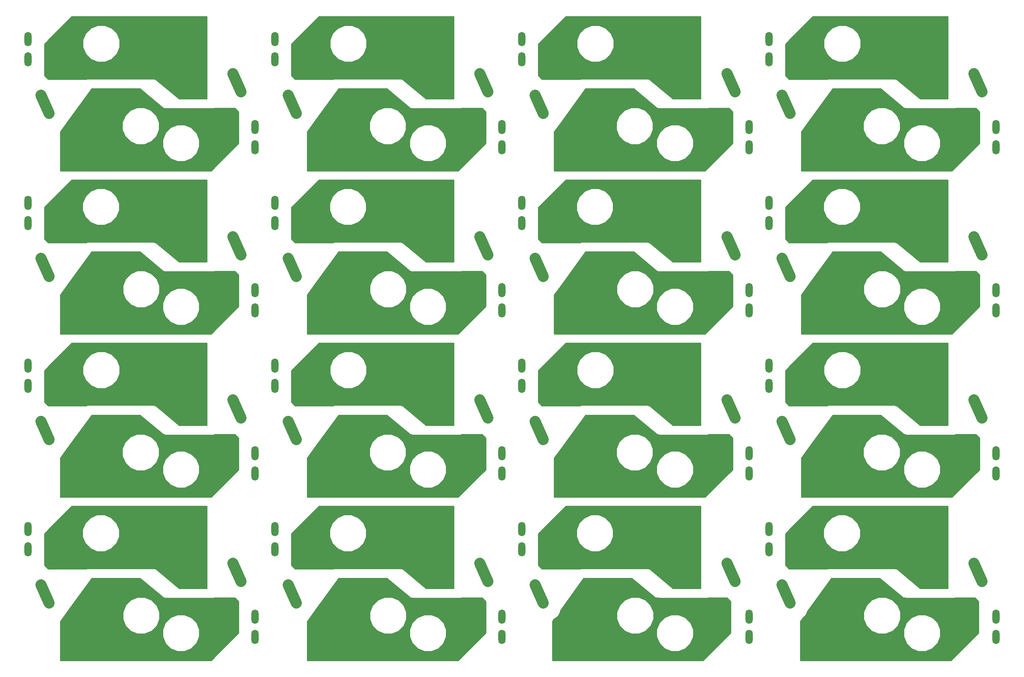
<source format=gbr>
G04 #@! TF.GenerationSoftware,KiCad,Pcbnew,(5.0.0)*
G04 #@! TF.CreationDate,2019-02-08T13:36:01+02:00*
G04 #@! TF.ProjectId,tp_x2_PnP,74705F78325F506E502E6B696361645F,3*
G04 #@! TF.SameCoordinates,Original*
G04 #@! TF.FileFunction,Copper,L2,Bot,Signal*
G04 #@! TF.FilePolarity,Positive*
%FSLAX46Y46*%
G04 Gerber Fmt 4.6, Leading zero omitted, Abs format (unit mm)*
G04 Created by KiCad (PCBNEW (5.0.0)) date 02/08/19 13:36:01*
%MOMM*%
%LPD*%
G01*
G04 APERTURE LIST*
G04 #@! TA.AperFunction,ComponentPad*
%ADD10O,1.800000X3.600000*%
G04 #@! TD*
G04 #@! TA.AperFunction,ComponentPad*
%ADD11O,3.600000X1.800000*%
G04 #@! TD*
G04 #@! TA.AperFunction,ComponentPad*
%ADD12C,2.800000*%
G04 #@! TD*
G04 #@! TA.AperFunction,Conductor*
%ADD13C,2.800000*%
G04 #@! TD*
G04 #@! TA.AperFunction,ComponentPad*
%ADD14C,2.499360*%
G04 #@! TD*
G04 #@! TA.AperFunction,ViaPad*
%ADD15C,2.200000*%
G04 #@! TD*
G04 #@! TA.AperFunction,Conductor*
%ADD16C,0.254000*%
G04 #@! TD*
G04 APERTURE END LIST*
D10*
G04 #@! TO.P,X9,1*
G04 #@! TO.N,/CTRL1A*
X207000000Y-176920000D03*
X207000000Y-182000000D03*
G04 #@! TD*
D11*
G04 #@! TO.P,X6,1*
G04 #@! TO.N,/LD3*
X240040000Y-167000000D03*
X234960000Y-167000000D03*
G04 #@! TD*
D12*
G04 #@! TO.P,X4,1*
G04 #@! TO.N,/LD3*
X228100000Y-166800000D03*
X223100000Y-166800000D03*
X218100000Y-166800000D03*
X228100000Y-159700000D03*
X223100000Y-159700000D03*
X218100000Y-159700000D03*
G04 #@! TD*
D11*
G04 #@! TO.P,X12,1*
G04 #@! TO.N,/PH1*
X235000000Y-183800000D03*
X229920000Y-183800000D03*
G04 #@! TD*
D12*
G04 #@! TO.P,V2.1,3*
G04 #@! TO.N,/PH3*
X278015189Y-143145704D03*
D13*
G04 #@! TD*
G04 #@! TO.N,/PH3*
G04 #@! TO.C,V2.1*
X275060766Y-143666649D02*
X280969612Y-142624759D01*
D12*
G04 #@! TO.P,V2.1,1*
G04 #@! TO.N,/LD3*
X284483625Y-152831226D03*
D13*
G04 #@! TD*
G04 #@! TO.N,/LD3*
G04 #@! TO.C,V2.1*
X282849708Y-155347238D02*
X286117542Y-150315214D01*
D12*
G04 #@! TO.P,V2.1,2*
G04 #@! TO.N,Net-(D1-Pad1)*
X273269138Y-152106452D03*
D13*
G04 #@! TD*
G04 #@! TO.N,Net-(D1-Pad1)*
G04 #@! TO.C,V2.1*
X272252296Y-149822588D02*
X274285980Y-154390316D01*
D11*
G04 #@! TO.P,X3,1*
G04 #@! TO.N,/LD1*
X302000000Y-208000000D03*
X296920000Y-208000000D03*
G04 #@! TD*
D14*
G04 #@! TO.P,H1,1*
G04 #@! TO.N,/LD1*
X236500000Y-192500000D03*
G04 #@! TD*
D10*
G04 #@! TO.P,X17,1*
G04 #@! TO.N,/CTRL3A*
X269000000Y-140880000D03*
X269000000Y-135800000D03*
G04 #@! TD*
G04 #@! TO.P,X7,1*
G04 #@! TO.N,/CTRL1B*
X326000000Y-198860000D03*
X326000000Y-203940000D03*
G04 #@! TD*
D12*
G04 #@! TO.P,V2.2,3*
G04 #@! TO.N,/LD3*
X316684811Y-155654296D03*
D13*
G04 #@! TD*
G04 #@! TO.N,/LD3*
G04 #@! TO.C,V2.2*
X319639234Y-155133351D02*
X313730388Y-156175241D01*
D12*
G04 #@! TO.P,V2.2,1*
G04 #@! TO.N,/PH3*
X310216375Y-145968774D03*
D13*
G04 #@! TD*
G04 #@! TO.N,/PH3*
G04 #@! TO.C,V2.2*
X311850292Y-143452762D02*
X308582458Y-148484786D01*
D12*
G04 #@! TO.P,V2.2,2*
G04 #@! TO.N,Net-(D2-Pad1)*
X321430862Y-146693548D03*
D13*
G04 #@! TD*
G04 #@! TO.N,Net-(D2-Pad1)*
G04 #@! TO.C,V2.2*
X322447704Y-148977412D02*
X320414020Y-144409684D01*
D14*
G04 #@! TO.P,H2,1*
G04 #@! TO.N,/PH1*
X243005382Y-188398781D03*
G04 #@! TD*
D12*
G04 #@! TO.P,V1.1,3*
G04 #@! TO.N,/PH1*
X278015189Y-184145704D03*
D13*
G04 #@! TD*
G04 #@! TO.N,/PH1*
G04 #@! TO.C,V1.1*
X275060766Y-184666649D02*
X280969612Y-183624759D01*
D12*
G04 #@! TO.P,V1.1,1*
G04 #@! TO.N,/LD1*
X284483625Y-193831226D03*
D13*
G04 #@! TD*
G04 #@! TO.N,/LD1*
G04 #@! TO.C,V1.1*
X282849708Y-196347238D02*
X286117542Y-191315214D01*
D12*
G04 #@! TO.P,V1.1,2*
G04 #@! TO.N,Net-(D3-Pad1)*
X273269138Y-193106452D03*
D13*
G04 #@! TD*
G04 #@! TO.N,Net-(D3-Pad1)*
G04 #@! TO.C,V1.1*
X272252296Y-190822588D02*
X274285980Y-195390316D01*
D12*
G04 #@! TO.P,X2,1*
G04 #@! TO.N,/PH1*
X239000000Y-172900000D03*
X244000000Y-172900000D03*
X249000000Y-172900000D03*
X239000000Y-180000000D03*
X244000000Y-180000000D03*
X249000000Y-180000000D03*
G04 #@! TD*
D10*
G04 #@! TO.P,X14,1*
G04 #@! TO.N,/CTRL3B*
X326000000Y-162940000D03*
X326000000Y-157860000D03*
G04 #@! TD*
D12*
G04 #@! TO.P,X1,1*
G04 #@! TO.N,/LD1*
X228000000Y-208100000D03*
X223000000Y-208100000D03*
X218000000Y-208100000D03*
X228000000Y-201000000D03*
X223000000Y-201000000D03*
X218000000Y-201000000D03*
G04 #@! TD*
G04 #@! TO.P,X5,1*
G04 #@! TO.N,/PH3*
X239000000Y-131900000D03*
X244000000Y-131900000D03*
X249000000Y-131900000D03*
X239000000Y-139000000D03*
X244000000Y-139000000D03*
X249000000Y-139000000D03*
G04 #@! TD*
D14*
G04 #@! TO.P,H3,1*
G04 #@! TO.N,/LD3*
X236500000Y-151500000D03*
G04 #@! TD*
G04 #@! TO.P,H4,1*
G04 #@! TO.N,/PH3*
X243005382Y-147398781D03*
G04 #@! TD*
D12*
G04 #@! TO.P,V1.2,3*
G04 #@! TO.N,/LD1*
X316684811Y-196654296D03*
D13*
G04 #@! TD*
G04 #@! TO.N,/LD1*
G04 #@! TO.C,V1.2*
X319639234Y-196133351D02*
X313730388Y-197175241D01*
D12*
G04 #@! TO.P,V1.2,1*
G04 #@! TO.N,/PH1*
X310216375Y-186968774D03*
D13*
G04 #@! TD*
G04 #@! TO.N,/PH1*
G04 #@! TO.C,V1.2*
X311850292Y-184452762D02*
X308582458Y-189484786D01*
D12*
G04 #@! TO.P,V1.2,2*
G04 #@! TO.N,Net-(D4-Pad1)*
X321430862Y-187693548D03*
D13*
G04 #@! TD*
G04 #@! TO.N,Net-(D4-Pad1)*
G04 #@! TO.C,V1.2*
X322447704Y-189977412D02*
X320414020Y-185409684D01*
D11*
G04 #@! TO.P,X26,1*
G04 #@! TO.N,/PH3*
X291920000Y-142800000D03*
X297000000Y-142800000D03*
G04 #@! TD*
G04 #@! TO.P,X12,1*
G04 #@! TO.N,/PH1*
X291920000Y-183800000D03*
X297000000Y-183800000D03*
G04 #@! TD*
D12*
G04 #@! TO.P,X5,1*
G04 #@! TO.N,/PH3*
X311000000Y-139000000D03*
X306000000Y-139000000D03*
X301000000Y-139000000D03*
X311000000Y-131900000D03*
X306000000Y-131900000D03*
X301000000Y-131900000D03*
G04 #@! TD*
G04 #@! TO.P,X1,1*
G04 #@! TO.N,/LD1*
X280000000Y-201000000D03*
X285000000Y-201000000D03*
X290000000Y-201000000D03*
X280000000Y-208100000D03*
X285000000Y-208100000D03*
X290000000Y-208100000D03*
G04 #@! TD*
D11*
G04 #@! TO.P,X26,1*
G04 #@! TO.N,/PH3*
X235000000Y-142800000D03*
X229920000Y-142800000D03*
G04 #@! TD*
D10*
G04 #@! TO.P,X17,1*
G04 #@! TO.N,/CTRL3A*
X207000000Y-135800000D03*
X207000000Y-140880000D03*
G04 #@! TD*
D14*
G04 #@! TO.P,H4,1*
G04 #@! TO.N,/PH3*
X305005382Y-147398781D03*
G04 #@! TD*
D12*
G04 #@! TO.P,V2.1,2*
G04 #@! TO.N,Net-(D1-Pad1)*
X211269138Y-152106452D03*
D13*
G04 #@! TD*
G04 #@! TO.N,Net-(D1-Pad1)*
G04 #@! TO.C,V2.1*
X210252296Y-149822588D02*
X212285980Y-154390316D01*
D12*
G04 #@! TO.P,V2.1,1*
G04 #@! TO.N,/LD3*
X222483625Y-152831226D03*
D13*
G04 #@! TD*
G04 #@! TO.N,/LD3*
G04 #@! TO.C,V2.1*
X220849708Y-155347238D02*
X224117542Y-150315214D01*
D12*
G04 #@! TO.P,V2.1,3*
G04 #@! TO.N,/PH3*
X216015189Y-143145704D03*
D13*
G04 #@! TD*
G04 #@! TO.N,/PH3*
G04 #@! TO.C,V2.1*
X213060766Y-143666649D02*
X218969612Y-142624759D01*
D14*
G04 #@! TO.P,H3,1*
G04 #@! TO.N,/LD3*
X298500000Y-151500000D03*
G04 #@! TD*
D12*
G04 #@! TO.P,X4,1*
G04 #@! TO.N,/LD3*
X280100000Y-159700000D03*
X285100000Y-159700000D03*
X290100000Y-159700000D03*
X280100000Y-166800000D03*
X285100000Y-166800000D03*
X290100000Y-166800000D03*
G04 #@! TD*
D14*
G04 #@! TO.P,H1,1*
G04 #@! TO.N,/LD1*
X298500000Y-192500000D03*
G04 #@! TD*
D10*
G04 #@! TO.P,X7,1*
G04 #@! TO.N,/CTRL1B*
X264000000Y-203940000D03*
X264000000Y-198860000D03*
G04 #@! TD*
D14*
G04 #@! TO.P,H2,1*
G04 #@! TO.N,/PH1*
X305005382Y-188398781D03*
G04 #@! TD*
D12*
G04 #@! TO.P,V1.1,2*
G04 #@! TO.N,Net-(D3-Pad1)*
X211269138Y-193106452D03*
D13*
G04 #@! TD*
G04 #@! TO.N,Net-(D3-Pad1)*
G04 #@! TO.C,V1.1*
X210252296Y-190822588D02*
X212285980Y-195390316D01*
D12*
G04 #@! TO.P,V1.1,1*
G04 #@! TO.N,/LD1*
X222483625Y-193831226D03*
D13*
G04 #@! TD*
G04 #@! TO.N,/LD1*
G04 #@! TO.C,V1.1*
X220849708Y-196347238D02*
X224117542Y-191315214D01*
D12*
G04 #@! TO.P,V1.1,3*
G04 #@! TO.N,/PH1*
X216015189Y-184145704D03*
D13*
G04 #@! TD*
G04 #@! TO.N,/PH1*
G04 #@! TO.C,V1.1*
X213060766Y-184666649D02*
X218969612Y-183624759D01*
D12*
G04 #@! TO.P,X2,1*
G04 #@! TO.N,/PH1*
X311000000Y-180000000D03*
X306000000Y-180000000D03*
X301000000Y-180000000D03*
X311000000Y-172900000D03*
X306000000Y-172900000D03*
X301000000Y-172900000D03*
G04 #@! TD*
D10*
G04 #@! TO.P,X14,1*
G04 #@! TO.N,/CTRL3B*
X264000000Y-157860000D03*
X264000000Y-162940000D03*
G04 #@! TD*
D11*
G04 #@! TO.P,X3,1*
G04 #@! TO.N,/LD1*
X234920000Y-208000000D03*
X240000000Y-208000000D03*
G04 #@! TD*
G04 #@! TO.P,X6,1*
G04 #@! TO.N,/LD3*
X296960000Y-167000000D03*
X302040000Y-167000000D03*
G04 #@! TD*
D12*
G04 #@! TO.P,V1.2,2*
G04 #@! TO.N,Net-(D4-Pad1)*
X259430862Y-187693548D03*
D13*
G04 #@! TD*
G04 #@! TO.N,Net-(D4-Pad1)*
G04 #@! TO.C,V1.2*
X260447704Y-189977412D02*
X258414020Y-185409684D01*
D12*
G04 #@! TO.P,V1.2,1*
G04 #@! TO.N,/PH1*
X248216375Y-186968774D03*
D13*
G04 #@! TD*
G04 #@! TO.N,/PH1*
G04 #@! TO.C,V1.2*
X249850292Y-184452762D02*
X246582458Y-189484786D01*
D12*
G04 #@! TO.P,V1.2,3*
G04 #@! TO.N,/LD1*
X254684811Y-196654296D03*
D13*
G04 #@! TD*
G04 #@! TO.N,/LD1*
G04 #@! TO.C,V1.2*
X257639234Y-196133351D02*
X251730388Y-197175241D01*
D12*
G04 #@! TO.P,V2.2,2*
G04 #@! TO.N,Net-(D2-Pad1)*
X259430862Y-146693548D03*
D13*
G04 #@! TD*
G04 #@! TO.N,Net-(D2-Pad1)*
G04 #@! TO.C,V2.2*
X260447704Y-148977412D02*
X258414020Y-144409684D01*
D12*
G04 #@! TO.P,V2.2,1*
G04 #@! TO.N,/PH3*
X248216375Y-145968774D03*
D13*
G04 #@! TD*
G04 #@! TO.N,/PH3*
G04 #@! TO.C,V2.2*
X249850292Y-143452762D02*
X246582458Y-148484786D01*
D12*
G04 #@! TO.P,V2.2,3*
G04 #@! TO.N,/LD3*
X254684811Y-155654296D03*
D13*
G04 #@! TD*
G04 #@! TO.N,/LD3*
G04 #@! TO.C,V2.2*
X257639234Y-155133351D02*
X251730388Y-156175241D01*
D10*
G04 #@! TO.P,X9,1*
G04 #@! TO.N,/CTRL1A*
X269000000Y-182000000D03*
X269000000Y-176920000D03*
G04 #@! TD*
D11*
G04 #@! TO.P,X6,1*
G04 #@! TO.N,/LD3*
X110960000Y-167000000D03*
X116040000Y-167000000D03*
G04 #@! TD*
D10*
G04 #@! TO.P,X9,1*
G04 #@! TO.N,/CTRL1A*
X83000000Y-182000000D03*
X83000000Y-176920000D03*
G04 #@! TD*
D12*
G04 #@! TO.P,X4,1*
G04 #@! TO.N,/LD3*
X94100000Y-159700000D03*
X99100000Y-159700000D03*
X104100000Y-159700000D03*
X94100000Y-166800000D03*
X99100000Y-166800000D03*
X104100000Y-166800000D03*
G04 #@! TD*
G04 #@! TO.P,X5,1*
G04 #@! TO.N,/PH3*
X125000000Y-139000000D03*
X120000000Y-139000000D03*
X115000000Y-139000000D03*
X125000000Y-131900000D03*
X120000000Y-131900000D03*
X115000000Y-131900000D03*
G04 #@! TD*
G04 #@! TO.P,X2,1*
G04 #@! TO.N,/PH1*
X125000000Y-180000000D03*
X120000000Y-180000000D03*
X115000000Y-180000000D03*
X125000000Y-172900000D03*
X120000000Y-172900000D03*
X115000000Y-172900000D03*
G04 #@! TD*
G04 #@! TO.P,X1,1*
G04 #@! TO.N,/LD1*
X94000000Y-201000000D03*
X99000000Y-201000000D03*
X104000000Y-201000000D03*
X94000000Y-208100000D03*
X99000000Y-208100000D03*
X104000000Y-208100000D03*
G04 #@! TD*
D11*
G04 #@! TO.P,X12,1*
G04 #@! TO.N,/PH1*
X105920000Y-183800000D03*
X111000000Y-183800000D03*
G04 #@! TD*
D12*
G04 #@! TO.P,V2.1,2*
G04 #@! TO.N,Net-(D1-Pad1)*
X149269138Y-152106452D03*
D13*
G04 #@! TD*
G04 #@! TO.N,Net-(D1-Pad1)*
G04 #@! TO.C,V2.1*
X148252296Y-149822588D02*
X150285980Y-154390316D01*
D12*
G04 #@! TO.P,V2.1,1*
G04 #@! TO.N,/LD3*
X160483625Y-152831226D03*
D13*
G04 #@! TD*
G04 #@! TO.N,/LD3*
G04 #@! TO.C,V2.1*
X158849708Y-155347238D02*
X162117542Y-150315214D01*
D12*
G04 #@! TO.P,V2.1,3*
G04 #@! TO.N,/PH3*
X154015189Y-143145704D03*
D13*
G04 #@! TD*
G04 #@! TO.N,/PH3*
G04 #@! TO.C,V2.1*
X151060766Y-143666649D02*
X156969612Y-142624759D01*
D11*
G04 #@! TO.P,X3,1*
G04 #@! TO.N,/LD1*
X172920000Y-208000000D03*
X178000000Y-208000000D03*
G04 #@! TD*
D14*
G04 #@! TO.P,H1,1*
G04 #@! TO.N,/LD1*
X112500000Y-192500000D03*
G04 #@! TD*
D10*
G04 #@! TO.P,X17,1*
G04 #@! TO.N,/CTRL3A*
X145000000Y-135800000D03*
X145000000Y-140880000D03*
G04 #@! TD*
D12*
G04 #@! TO.P,V1.2,2*
G04 #@! TO.N,Net-(D4-Pad1)*
X197430862Y-187693548D03*
D13*
G04 #@! TD*
G04 #@! TO.N,Net-(D4-Pad1)*
G04 #@! TO.C,V1.2*
X198447704Y-189977412D02*
X196414020Y-185409684D01*
D12*
G04 #@! TO.P,V1.2,1*
G04 #@! TO.N,/PH1*
X186216375Y-186968774D03*
D13*
G04 #@! TD*
G04 #@! TO.N,/PH1*
G04 #@! TO.C,V1.2*
X187850292Y-184452762D02*
X184582458Y-189484786D01*
D12*
G04 #@! TO.P,V1.2,3*
G04 #@! TO.N,/LD1*
X192684811Y-196654296D03*
D13*
G04 #@! TD*
G04 #@! TO.N,/LD1*
G04 #@! TO.C,V1.2*
X195639234Y-196133351D02*
X189730388Y-197175241D01*
D12*
G04 #@! TO.P,V2.2,2*
G04 #@! TO.N,Net-(D2-Pad1)*
X197430862Y-146693548D03*
D13*
G04 #@! TD*
G04 #@! TO.N,Net-(D2-Pad1)*
G04 #@! TO.C,V2.2*
X198447704Y-148977412D02*
X196414020Y-144409684D01*
D12*
G04 #@! TO.P,V2.2,1*
G04 #@! TO.N,/PH3*
X186216375Y-145968774D03*
D13*
G04 #@! TD*
G04 #@! TO.N,/PH3*
G04 #@! TO.C,V2.2*
X187850292Y-143452762D02*
X184582458Y-148484786D01*
D12*
G04 #@! TO.P,V2.2,3*
G04 #@! TO.N,/LD3*
X192684811Y-155654296D03*
D13*
G04 #@! TD*
G04 #@! TO.N,/LD3*
G04 #@! TO.C,V2.2*
X195639234Y-155133351D02*
X189730388Y-156175241D01*
D10*
G04 #@! TO.P,X14,1*
G04 #@! TO.N,/CTRL3B*
X202000000Y-157860000D03*
X202000000Y-162940000D03*
G04 #@! TD*
D14*
G04 #@! TO.P,H3,1*
G04 #@! TO.N,/LD3*
X112500000Y-151500000D03*
G04 #@! TD*
D10*
G04 #@! TO.P,X7,1*
G04 #@! TO.N,/CTRL1B*
X202000000Y-203940000D03*
X202000000Y-198860000D03*
G04 #@! TD*
D14*
G04 #@! TO.P,H2,1*
G04 #@! TO.N,/PH1*
X119005382Y-188398781D03*
G04 #@! TD*
G04 #@! TO.P,H4,1*
G04 #@! TO.N,/PH3*
X119005382Y-147398781D03*
G04 #@! TD*
D12*
G04 #@! TO.P,V1.1,2*
G04 #@! TO.N,Net-(D3-Pad1)*
X149269138Y-193106452D03*
D13*
G04 #@! TD*
G04 #@! TO.N,Net-(D3-Pad1)*
G04 #@! TO.C,V1.1*
X148252296Y-190822588D02*
X150285980Y-195390316D01*
D12*
G04 #@! TO.P,V1.1,1*
G04 #@! TO.N,/LD1*
X160483625Y-193831226D03*
D13*
G04 #@! TD*
G04 #@! TO.N,/LD1*
G04 #@! TO.C,V1.1*
X158849708Y-196347238D02*
X162117542Y-191315214D01*
D12*
G04 #@! TO.P,V1.1,3*
G04 #@! TO.N,/PH1*
X154015189Y-184145704D03*
D13*
G04 #@! TD*
G04 #@! TO.N,/PH1*
G04 #@! TO.C,V1.1*
X151060766Y-184666649D02*
X156969612Y-183624759D01*
D11*
G04 #@! TO.P,X26,1*
G04 #@! TO.N,/PH3*
X173000000Y-142800000D03*
X167920000Y-142800000D03*
G04 #@! TD*
D14*
G04 #@! TO.P,H3,1*
G04 #@! TO.N,/LD3*
X174500000Y-151500000D03*
G04 #@! TD*
D12*
G04 #@! TO.P,X4,1*
G04 #@! TO.N,/LD3*
X166100000Y-166800000D03*
X161100000Y-166800000D03*
X156100000Y-166800000D03*
X166100000Y-159700000D03*
X161100000Y-159700000D03*
X156100000Y-159700000D03*
G04 #@! TD*
D14*
G04 #@! TO.P,H4,1*
G04 #@! TO.N,/PH3*
X181005382Y-147398781D03*
G04 #@! TD*
D11*
G04 #@! TO.P,X12,1*
G04 #@! TO.N,/PH1*
X173000000Y-183800000D03*
X167920000Y-183800000D03*
G04 #@! TD*
D12*
G04 #@! TO.P,X5,1*
G04 #@! TO.N,/PH3*
X177000000Y-131900000D03*
X182000000Y-131900000D03*
X187000000Y-131900000D03*
X177000000Y-139000000D03*
X182000000Y-139000000D03*
X187000000Y-139000000D03*
G04 #@! TD*
G04 #@! TO.P,X2,1*
G04 #@! TO.N,/PH1*
X177000000Y-172900000D03*
X182000000Y-172900000D03*
X187000000Y-172900000D03*
X177000000Y-180000000D03*
X182000000Y-180000000D03*
X187000000Y-180000000D03*
G04 #@! TD*
D14*
G04 #@! TO.P,H1,1*
G04 #@! TO.N,/LD1*
X174500000Y-192500000D03*
G04 #@! TD*
D12*
G04 #@! TO.P,X1,1*
G04 #@! TO.N,/LD1*
X166000000Y-208100000D03*
X161000000Y-208100000D03*
X156000000Y-208100000D03*
X166000000Y-201000000D03*
X161000000Y-201000000D03*
X156000000Y-201000000D03*
G04 #@! TD*
D14*
G04 #@! TO.P,H2,1*
G04 #@! TO.N,/PH1*
X181005382Y-188398781D03*
G04 #@! TD*
D11*
G04 #@! TO.P,X26,1*
G04 #@! TO.N,/PH3*
X105920000Y-142800000D03*
X111000000Y-142800000D03*
G04 #@! TD*
D12*
G04 #@! TO.P,V1.1,3*
G04 #@! TO.N,/PH1*
X92015189Y-184145704D03*
D13*
G04 #@! TD*
G04 #@! TO.N,/PH1*
G04 #@! TO.C,V1.1*
X89060766Y-184666649D02*
X94969612Y-183624759D01*
D12*
G04 #@! TO.P,V1.1,1*
G04 #@! TO.N,/LD1*
X98483625Y-193831226D03*
D13*
G04 #@! TD*
G04 #@! TO.N,/LD1*
G04 #@! TO.C,V1.1*
X96849708Y-196347238D02*
X100117542Y-191315214D01*
D12*
G04 #@! TO.P,V1.1,2*
G04 #@! TO.N,Net-(D3-Pad1)*
X87269138Y-193106452D03*
D13*
G04 #@! TD*
G04 #@! TO.N,Net-(D3-Pad1)*
G04 #@! TO.C,V1.1*
X86252296Y-190822588D02*
X88285980Y-195390316D01*
D12*
G04 #@! TO.P,V2.1,3*
G04 #@! TO.N,/PH3*
X92015189Y-143145704D03*
D13*
G04 #@! TD*
G04 #@! TO.N,/PH3*
G04 #@! TO.C,V2.1*
X89060766Y-143666649D02*
X94969612Y-142624759D01*
D12*
G04 #@! TO.P,V2.1,1*
G04 #@! TO.N,/LD3*
X98483625Y-152831226D03*
D13*
G04 #@! TD*
G04 #@! TO.N,/LD3*
G04 #@! TO.C,V2.1*
X96849708Y-155347238D02*
X100117542Y-150315214D01*
D12*
G04 #@! TO.P,V2.1,2*
G04 #@! TO.N,Net-(D1-Pad1)*
X87269138Y-152106452D03*
D13*
G04 #@! TD*
G04 #@! TO.N,Net-(D1-Pad1)*
G04 #@! TO.C,V2.1*
X86252296Y-149822588D02*
X88285980Y-154390316D01*
D10*
G04 #@! TO.P,X7,1*
G04 #@! TO.N,/CTRL1B*
X140000000Y-198860000D03*
X140000000Y-203940000D03*
G04 #@! TD*
G04 #@! TO.P,X17,1*
G04 #@! TO.N,/CTRL3A*
X83000000Y-140880000D03*
X83000000Y-135800000D03*
G04 #@! TD*
D12*
G04 #@! TO.P,V1.2,3*
G04 #@! TO.N,/LD1*
X130684811Y-196654296D03*
D13*
G04 #@! TD*
G04 #@! TO.N,/LD1*
G04 #@! TO.C,V1.2*
X133639234Y-196133351D02*
X127730388Y-197175241D01*
D12*
G04 #@! TO.P,V1.2,1*
G04 #@! TO.N,/PH1*
X124216375Y-186968774D03*
D13*
G04 #@! TD*
G04 #@! TO.N,/PH1*
G04 #@! TO.C,V1.2*
X125850292Y-184452762D02*
X122582458Y-189484786D01*
D12*
G04 #@! TO.P,V1.2,2*
G04 #@! TO.N,Net-(D4-Pad1)*
X135430862Y-187693548D03*
D13*
G04 #@! TD*
G04 #@! TO.N,Net-(D4-Pad1)*
G04 #@! TO.C,V1.2*
X136447704Y-189977412D02*
X134414020Y-185409684D01*
D12*
G04 #@! TO.P,V2.2,3*
G04 #@! TO.N,/LD3*
X130684811Y-155654296D03*
D13*
G04 #@! TD*
G04 #@! TO.N,/LD3*
G04 #@! TO.C,V2.2*
X133639234Y-155133351D02*
X127730388Y-156175241D01*
D12*
G04 #@! TO.P,V2.2,1*
G04 #@! TO.N,/PH3*
X124216375Y-145968774D03*
D13*
G04 #@! TD*
G04 #@! TO.N,/PH3*
G04 #@! TO.C,V2.2*
X125850292Y-143452762D02*
X122582458Y-148484786D01*
D12*
G04 #@! TO.P,V2.2,2*
G04 #@! TO.N,Net-(D2-Pad1)*
X135430862Y-146693548D03*
D13*
G04 #@! TD*
G04 #@! TO.N,Net-(D2-Pad1)*
G04 #@! TO.C,V2.2*
X136447704Y-148977412D02*
X134414020Y-144409684D01*
D11*
G04 #@! TO.P,X3,1*
G04 #@! TO.N,/LD1*
X116000000Y-208000000D03*
X110920000Y-208000000D03*
G04 #@! TD*
D10*
G04 #@! TO.P,X14,1*
G04 #@! TO.N,/CTRL3B*
X140000000Y-162940000D03*
X140000000Y-157860000D03*
G04 #@! TD*
G04 #@! TO.P,X9,1*
G04 #@! TO.N,/CTRL1A*
X145000000Y-176920000D03*
X145000000Y-182000000D03*
G04 #@! TD*
D11*
G04 #@! TO.P,X6,1*
G04 #@! TO.N,/LD3*
X178040000Y-167000000D03*
X172960000Y-167000000D03*
G04 #@! TD*
G04 #@! TO.P,X6,1*
G04 #@! TO.N,/LD3*
X234960000Y-85000000D03*
X240040000Y-85000000D03*
G04 #@! TD*
D10*
G04 #@! TO.P,X9,1*
G04 #@! TO.N,/CTRL1A*
X207000000Y-100000000D03*
X207000000Y-94920000D03*
G04 #@! TD*
D12*
G04 #@! TO.P,X4,1*
G04 #@! TO.N,/LD3*
X218100000Y-77700000D03*
X223100000Y-77700000D03*
X228100000Y-77700000D03*
X218100000Y-84800000D03*
X223100000Y-84800000D03*
X228100000Y-84800000D03*
G04 #@! TD*
G04 #@! TO.P,X5,1*
G04 #@! TO.N,/PH3*
X249000000Y-57000000D03*
X244000000Y-57000000D03*
X239000000Y-57000000D03*
X249000000Y-49900000D03*
X244000000Y-49900000D03*
X239000000Y-49900000D03*
G04 #@! TD*
G04 #@! TO.P,X2,1*
G04 #@! TO.N,/PH1*
X249000000Y-98000000D03*
X244000000Y-98000000D03*
X239000000Y-98000000D03*
X249000000Y-90900000D03*
X244000000Y-90900000D03*
X239000000Y-90900000D03*
G04 #@! TD*
G04 #@! TO.P,X1,1*
G04 #@! TO.N,/LD1*
X218000000Y-119000000D03*
X223000000Y-119000000D03*
X228000000Y-119000000D03*
X218000000Y-126100000D03*
X223000000Y-126100000D03*
X228000000Y-126100000D03*
G04 #@! TD*
D11*
G04 #@! TO.P,X12,1*
G04 #@! TO.N,/PH1*
X229920000Y-101800000D03*
X235000000Y-101800000D03*
G04 #@! TD*
D12*
G04 #@! TO.P,V2.1,2*
G04 #@! TO.N,Net-(D1-Pad1)*
X273269138Y-70106452D03*
D13*
G04 #@! TD*
G04 #@! TO.N,Net-(D1-Pad1)*
G04 #@! TO.C,V2.1*
X272252296Y-67822588D02*
X274285980Y-72390316D01*
D12*
G04 #@! TO.P,V2.1,1*
G04 #@! TO.N,/LD3*
X284483625Y-70831226D03*
D13*
G04 #@! TD*
G04 #@! TO.N,/LD3*
G04 #@! TO.C,V2.1*
X282849708Y-73347238D02*
X286117542Y-68315214D01*
D12*
G04 #@! TO.P,V2.1,3*
G04 #@! TO.N,/PH3*
X278015189Y-61145704D03*
D13*
G04 #@! TD*
G04 #@! TO.N,/PH3*
G04 #@! TO.C,V2.1*
X275060766Y-61666649D02*
X280969612Y-60624759D01*
D11*
G04 #@! TO.P,X3,1*
G04 #@! TO.N,/LD1*
X296920000Y-126000000D03*
X302000000Y-126000000D03*
G04 #@! TD*
D14*
G04 #@! TO.P,H1,1*
G04 #@! TO.N,/LD1*
X236500000Y-110500000D03*
G04 #@! TD*
D10*
G04 #@! TO.P,X17,1*
G04 #@! TO.N,/CTRL3A*
X269000000Y-53800000D03*
X269000000Y-58880000D03*
G04 #@! TD*
D12*
G04 #@! TO.P,V1.2,2*
G04 #@! TO.N,Net-(D4-Pad1)*
X321430862Y-105693548D03*
D13*
G04 #@! TD*
G04 #@! TO.N,Net-(D4-Pad1)*
G04 #@! TO.C,V1.2*
X322447704Y-107977412D02*
X320414020Y-103409684D01*
D12*
G04 #@! TO.P,V1.2,1*
G04 #@! TO.N,/PH1*
X310216375Y-104968774D03*
D13*
G04 #@! TD*
G04 #@! TO.N,/PH1*
G04 #@! TO.C,V1.2*
X311850292Y-102452762D02*
X308582458Y-107484786D01*
D12*
G04 #@! TO.P,V1.2,3*
G04 #@! TO.N,/LD1*
X316684811Y-114654296D03*
D13*
G04 #@! TD*
G04 #@! TO.N,/LD1*
G04 #@! TO.C,V1.2*
X319639234Y-114133351D02*
X313730388Y-115175241D01*
D12*
G04 #@! TO.P,V2.2,2*
G04 #@! TO.N,Net-(D2-Pad1)*
X321430862Y-64693548D03*
D13*
G04 #@! TD*
G04 #@! TO.N,Net-(D2-Pad1)*
G04 #@! TO.C,V2.2*
X322447704Y-66977412D02*
X320414020Y-62409684D01*
D12*
G04 #@! TO.P,V2.2,1*
G04 #@! TO.N,/PH3*
X310216375Y-63968774D03*
D13*
G04 #@! TD*
G04 #@! TO.N,/PH3*
G04 #@! TO.C,V2.2*
X311850292Y-61452762D02*
X308582458Y-66484786D01*
D12*
G04 #@! TO.P,V2.2,3*
G04 #@! TO.N,/LD3*
X316684811Y-73654296D03*
D13*
G04 #@! TD*
G04 #@! TO.N,/LD3*
G04 #@! TO.C,V2.2*
X319639234Y-73133351D02*
X313730388Y-74175241D01*
D10*
G04 #@! TO.P,X14,1*
G04 #@! TO.N,/CTRL3B*
X326000000Y-75860000D03*
X326000000Y-80940000D03*
G04 #@! TD*
D14*
G04 #@! TO.P,H3,1*
G04 #@! TO.N,/LD3*
X236500000Y-69500000D03*
G04 #@! TD*
D10*
G04 #@! TO.P,X7,1*
G04 #@! TO.N,/CTRL1B*
X326000000Y-121940000D03*
X326000000Y-116860000D03*
G04 #@! TD*
D14*
G04 #@! TO.P,H2,1*
G04 #@! TO.N,/PH1*
X243005382Y-106398781D03*
G04 #@! TD*
G04 #@! TO.P,H4,1*
G04 #@! TO.N,/PH3*
X243005382Y-65398781D03*
G04 #@! TD*
D12*
G04 #@! TO.P,V1.1,2*
G04 #@! TO.N,Net-(D3-Pad1)*
X273269138Y-111106452D03*
D13*
G04 #@! TD*
G04 #@! TO.N,Net-(D3-Pad1)*
G04 #@! TO.C,V1.1*
X272252296Y-108822588D02*
X274285980Y-113390316D01*
D12*
G04 #@! TO.P,V1.1,1*
G04 #@! TO.N,/LD1*
X284483625Y-111831226D03*
D13*
G04 #@! TD*
G04 #@! TO.N,/LD1*
G04 #@! TO.C,V1.1*
X282849708Y-114347238D02*
X286117542Y-109315214D01*
D12*
G04 #@! TO.P,V1.1,3*
G04 #@! TO.N,/PH1*
X278015189Y-102145704D03*
D13*
G04 #@! TD*
G04 #@! TO.N,/PH1*
G04 #@! TO.C,V1.1*
X275060766Y-102666649D02*
X280969612Y-101624759D01*
D11*
G04 #@! TO.P,X26,1*
G04 #@! TO.N,/PH3*
X297000000Y-60800000D03*
X291920000Y-60800000D03*
G04 #@! TD*
D14*
G04 #@! TO.P,H3,1*
G04 #@! TO.N,/LD3*
X298500000Y-69500000D03*
G04 #@! TD*
D12*
G04 #@! TO.P,X4,1*
G04 #@! TO.N,/LD3*
X290100000Y-84800000D03*
X285100000Y-84800000D03*
X280100000Y-84800000D03*
X290100000Y-77700000D03*
X285100000Y-77700000D03*
X280100000Y-77700000D03*
G04 #@! TD*
D14*
G04 #@! TO.P,H4,1*
G04 #@! TO.N,/PH3*
X305005382Y-65398781D03*
G04 #@! TD*
D11*
G04 #@! TO.P,X12,1*
G04 #@! TO.N,/PH1*
X297000000Y-101800000D03*
X291920000Y-101800000D03*
G04 #@! TD*
D12*
G04 #@! TO.P,X5,1*
G04 #@! TO.N,/PH3*
X301000000Y-49900000D03*
X306000000Y-49900000D03*
X311000000Y-49900000D03*
X301000000Y-57000000D03*
X306000000Y-57000000D03*
X311000000Y-57000000D03*
G04 #@! TD*
G04 #@! TO.P,X2,1*
G04 #@! TO.N,/PH1*
X301000000Y-90900000D03*
X306000000Y-90900000D03*
X311000000Y-90900000D03*
X301000000Y-98000000D03*
X306000000Y-98000000D03*
X311000000Y-98000000D03*
G04 #@! TD*
D14*
G04 #@! TO.P,H1,1*
G04 #@! TO.N,/LD1*
X298500000Y-110500000D03*
G04 #@! TD*
D12*
G04 #@! TO.P,X1,1*
G04 #@! TO.N,/LD1*
X290000000Y-126100000D03*
X285000000Y-126100000D03*
X280000000Y-126100000D03*
X290000000Y-119000000D03*
X285000000Y-119000000D03*
X280000000Y-119000000D03*
G04 #@! TD*
D14*
G04 #@! TO.P,H2,1*
G04 #@! TO.N,/PH1*
X305005382Y-106398781D03*
G04 #@! TD*
D11*
G04 #@! TO.P,X26,1*
G04 #@! TO.N,/PH3*
X229920000Y-60800000D03*
X235000000Y-60800000D03*
G04 #@! TD*
D12*
G04 #@! TO.P,V1.1,3*
G04 #@! TO.N,/PH1*
X216015189Y-102145704D03*
D13*
G04 #@! TD*
G04 #@! TO.N,/PH1*
G04 #@! TO.C,V1.1*
X213060766Y-102666649D02*
X218969612Y-101624759D01*
D12*
G04 #@! TO.P,V1.1,1*
G04 #@! TO.N,/LD1*
X222483625Y-111831226D03*
D13*
G04 #@! TD*
G04 #@! TO.N,/LD1*
G04 #@! TO.C,V1.1*
X220849708Y-114347238D02*
X224117542Y-109315214D01*
D12*
G04 #@! TO.P,V1.1,2*
G04 #@! TO.N,Net-(D3-Pad1)*
X211269138Y-111106452D03*
D13*
G04 #@! TD*
G04 #@! TO.N,Net-(D3-Pad1)*
G04 #@! TO.C,V1.1*
X210252296Y-108822588D02*
X212285980Y-113390316D01*
D12*
G04 #@! TO.P,V2.1,3*
G04 #@! TO.N,/PH3*
X216015189Y-61145704D03*
D13*
G04 #@! TD*
G04 #@! TO.N,/PH3*
G04 #@! TO.C,V2.1*
X213060766Y-61666649D02*
X218969612Y-60624759D01*
D12*
G04 #@! TO.P,V2.1,1*
G04 #@! TO.N,/LD3*
X222483625Y-70831226D03*
D13*
G04 #@! TD*
G04 #@! TO.N,/LD3*
G04 #@! TO.C,V2.1*
X220849708Y-73347238D02*
X224117542Y-68315214D01*
D12*
G04 #@! TO.P,V2.1,2*
G04 #@! TO.N,Net-(D1-Pad1)*
X211269138Y-70106452D03*
D13*
G04 #@! TD*
G04 #@! TO.N,Net-(D1-Pad1)*
G04 #@! TO.C,V2.1*
X210252296Y-67822588D02*
X212285980Y-72390316D01*
D10*
G04 #@! TO.P,X7,1*
G04 #@! TO.N,/CTRL1B*
X264000000Y-116860000D03*
X264000000Y-121940000D03*
G04 #@! TD*
G04 #@! TO.P,X17,1*
G04 #@! TO.N,/CTRL3A*
X207000000Y-58880000D03*
X207000000Y-53800000D03*
G04 #@! TD*
D12*
G04 #@! TO.P,V1.2,3*
G04 #@! TO.N,/LD1*
X254684811Y-114654296D03*
D13*
G04 #@! TD*
G04 #@! TO.N,/LD1*
G04 #@! TO.C,V1.2*
X257639234Y-114133351D02*
X251730388Y-115175241D01*
D12*
G04 #@! TO.P,V1.2,1*
G04 #@! TO.N,/PH1*
X248216375Y-104968774D03*
D13*
G04 #@! TD*
G04 #@! TO.N,/PH1*
G04 #@! TO.C,V1.2*
X249850292Y-102452762D02*
X246582458Y-107484786D01*
D12*
G04 #@! TO.P,V1.2,2*
G04 #@! TO.N,Net-(D4-Pad1)*
X259430862Y-105693548D03*
D13*
G04 #@! TD*
G04 #@! TO.N,Net-(D4-Pad1)*
G04 #@! TO.C,V1.2*
X260447704Y-107977412D02*
X258414020Y-103409684D01*
D12*
G04 #@! TO.P,V2.2,3*
G04 #@! TO.N,/LD3*
X254684811Y-73654296D03*
D13*
G04 #@! TD*
G04 #@! TO.N,/LD3*
G04 #@! TO.C,V2.2*
X257639234Y-73133351D02*
X251730388Y-74175241D01*
D12*
G04 #@! TO.P,V2.2,1*
G04 #@! TO.N,/PH3*
X248216375Y-63968774D03*
D13*
G04 #@! TD*
G04 #@! TO.N,/PH3*
G04 #@! TO.C,V2.2*
X249850292Y-61452762D02*
X246582458Y-66484786D01*
D12*
G04 #@! TO.P,V2.2,2*
G04 #@! TO.N,Net-(D2-Pad1)*
X259430862Y-64693548D03*
D13*
G04 #@! TD*
G04 #@! TO.N,Net-(D2-Pad1)*
G04 #@! TO.C,V2.2*
X260447704Y-66977412D02*
X258414020Y-62409684D01*
D11*
G04 #@! TO.P,X3,1*
G04 #@! TO.N,/LD1*
X240000000Y-126000000D03*
X234920000Y-126000000D03*
G04 #@! TD*
D10*
G04 #@! TO.P,X14,1*
G04 #@! TO.N,/CTRL3B*
X264000000Y-80940000D03*
X264000000Y-75860000D03*
G04 #@! TD*
G04 #@! TO.P,X9,1*
G04 #@! TO.N,/CTRL1A*
X269000000Y-94920000D03*
X269000000Y-100000000D03*
G04 #@! TD*
D11*
G04 #@! TO.P,X6,1*
G04 #@! TO.N,/LD3*
X302040000Y-85000000D03*
X296960000Y-85000000D03*
G04 #@! TD*
G04 #@! TO.P,X6,1*
G04 #@! TO.N,/LD3*
X172960000Y-85000000D03*
X178040000Y-85000000D03*
G04 #@! TD*
D10*
G04 #@! TO.P,X9,1*
G04 #@! TO.N,/CTRL1A*
X145000000Y-100000000D03*
X145000000Y-94920000D03*
G04 #@! TD*
D12*
G04 #@! TO.P,X4,1*
G04 #@! TO.N,/LD3*
X156100000Y-77700000D03*
X161100000Y-77700000D03*
X166100000Y-77700000D03*
X156100000Y-84800000D03*
X161100000Y-84800000D03*
X166100000Y-84800000D03*
G04 #@! TD*
G04 #@! TO.P,X5,1*
G04 #@! TO.N,/PH3*
X187000000Y-57000000D03*
X182000000Y-57000000D03*
X177000000Y-57000000D03*
X187000000Y-49900000D03*
X182000000Y-49900000D03*
X177000000Y-49900000D03*
G04 #@! TD*
G04 #@! TO.P,X2,1*
G04 #@! TO.N,/PH1*
X187000000Y-98000000D03*
X182000000Y-98000000D03*
X177000000Y-98000000D03*
X187000000Y-90900000D03*
X182000000Y-90900000D03*
X177000000Y-90900000D03*
G04 #@! TD*
G04 #@! TO.P,X1,1*
G04 #@! TO.N,/LD1*
X156000000Y-119000000D03*
X161000000Y-119000000D03*
X166000000Y-119000000D03*
X156000000Y-126100000D03*
X161000000Y-126100000D03*
X166000000Y-126100000D03*
G04 #@! TD*
D11*
G04 #@! TO.P,X12,1*
G04 #@! TO.N,/PH1*
X167920000Y-101800000D03*
X173000000Y-101800000D03*
G04 #@! TD*
D14*
G04 #@! TO.P,H1,1*
G04 #@! TO.N,/LD1*
X174500000Y-110500000D03*
G04 #@! TD*
G04 #@! TO.P,H3,1*
G04 #@! TO.N,/LD3*
X174500000Y-69500000D03*
G04 #@! TD*
G04 #@! TO.P,H2,1*
G04 #@! TO.N,/PH1*
X181005382Y-106398781D03*
G04 #@! TD*
G04 #@! TO.P,H4,1*
G04 #@! TO.N,/PH3*
X181005382Y-65398781D03*
G04 #@! TD*
D11*
G04 #@! TO.P,X26,1*
G04 #@! TO.N,/PH3*
X167920000Y-60800000D03*
X173000000Y-60800000D03*
G04 #@! TD*
D12*
G04 #@! TO.P,V1.1,3*
G04 #@! TO.N,/PH1*
X154015189Y-102145704D03*
D13*
G04 #@! TD*
G04 #@! TO.N,/PH1*
G04 #@! TO.C,V1.1*
X151060766Y-102666649D02*
X156969612Y-101624759D01*
D12*
G04 #@! TO.P,V1.1,1*
G04 #@! TO.N,/LD1*
X160483625Y-111831226D03*
D13*
G04 #@! TD*
G04 #@! TO.N,/LD1*
G04 #@! TO.C,V1.1*
X158849708Y-114347238D02*
X162117542Y-109315214D01*
D12*
G04 #@! TO.P,V1.1,2*
G04 #@! TO.N,Net-(D3-Pad1)*
X149269138Y-111106452D03*
D13*
G04 #@! TD*
G04 #@! TO.N,Net-(D3-Pad1)*
G04 #@! TO.C,V1.1*
X148252296Y-108822588D02*
X150285980Y-113390316D01*
D12*
G04 #@! TO.P,V2.1,3*
G04 #@! TO.N,/PH3*
X154015189Y-61145704D03*
D13*
G04 #@! TD*
G04 #@! TO.N,/PH3*
G04 #@! TO.C,V2.1*
X151060766Y-61666649D02*
X156969612Y-60624759D01*
D12*
G04 #@! TO.P,V2.1,1*
G04 #@! TO.N,/LD3*
X160483625Y-70831226D03*
D13*
G04 #@! TD*
G04 #@! TO.N,/LD3*
G04 #@! TO.C,V2.1*
X158849708Y-73347238D02*
X162117542Y-68315214D01*
D12*
G04 #@! TO.P,V2.1,2*
G04 #@! TO.N,Net-(D1-Pad1)*
X149269138Y-70106452D03*
D13*
G04 #@! TD*
G04 #@! TO.N,Net-(D1-Pad1)*
G04 #@! TO.C,V2.1*
X148252296Y-67822588D02*
X150285980Y-72390316D01*
D10*
G04 #@! TO.P,X7,1*
G04 #@! TO.N,/CTRL1B*
X202000000Y-116860000D03*
X202000000Y-121940000D03*
G04 #@! TD*
G04 #@! TO.P,X17,1*
G04 #@! TO.N,/CTRL3A*
X145000000Y-58880000D03*
X145000000Y-53800000D03*
G04 #@! TD*
D12*
G04 #@! TO.P,V1.2,3*
G04 #@! TO.N,/LD1*
X192684811Y-114654296D03*
D13*
G04 #@! TD*
G04 #@! TO.N,/LD1*
G04 #@! TO.C,V1.2*
X195639234Y-114133351D02*
X189730388Y-115175241D01*
D12*
G04 #@! TO.P,V1.2,1*
G04 #@! TO.N,/PH1*
X186216375Y-104968774D03*
D13*
G04 #@! TD*
G04 #@! TO.N,/PH1*
G04 #@! TO.C,V1.2*
X187850292Y-102452762D02*
X184582458Y-107484786D01*
D12*
G04 #@! TO.P,V1.2,2*
G04 #@! TO.N,Net-(D4-Pad1)*
X197430862Y-105693548D03*
D13*
G04 #@! TD*
G04 #@! TO.N,Net-(D4-Pad1)*
G04 #@! TO.C,V1.2*
X198447704Y-107977412D02*
X196414020Y-103409684D01*
D12*
G04 #@! TO.P,V2.2,3*
G04 #@! TO.N,/LD3*
X192684811Y-73654296D03*
D13*
G04 #@! TD*
G04 #@! TO.N,/LD3*
G04 #@! TO.C,V2.2*
X195639234Y-73133351D02*
X189730388Y-74175241D01*
D12*
G04 #@! TO.P,V2.2,1*
G04 #@! TO.N,/PH3*
X186216375Y-63968774D03*
D13*
G04 #@! TD*
G04 #@! TO.N,/PH3*
G04 #@! TO.C,V2.2*
X187850292Y-61452762D02*
X184582458Y-66484786D01*
D12*
G04 #@! TO.P,V2.2,2*
G04 #@! TO.N,Net-(D2-Pad1)*
X197430862Y-64693548D03*
D13*
G04 #@! TD*
G04 #@! TO.N,Net-(D2-Pad1)*
G04 #@! TO.C,V2.2*
X198447704Y-66977412D02*
X196414020Y-62409684D01*
D11*
G04 #@! TO.P,X3,1*
G04 #@! TO.N,/LD1*
X178000000Y-126000000D03*
X172920000Y-126000000D03*
G04 #@! TD*
D10*
G04 #@! TO.P,X14,1*
G04 #@! TO.N,/CTRL3B*
X202000000Y-80940000D03*
X202000000Y-75860000D03*
G04 #@! TD*
D11*
G04 #@! TO.P,X3,1*
G04 #@! TO.N,/LD1*
X110920000Y-126000000D03*
X116000000Y-126000000D03*
G04 #@! TD*
D12*
G04 #@! TO.P,V1.2,2*
G04 #@! TO.N,Net-(D4-Pad1)*
X135430862Y-105693548D03*
D13*
G04 #@! TD*
G04 #@! TO.N,Net-(D4-Pad1)*
G04 #@! TO.C,V1.2*
X136447704Y-107977412D02*
X134414020Y-103409684D01*
D12*
G04 #@! TO.P,V1.2,1*
G04 #@! TO.N,/PH1*
X124216375Y-104968774D03*
D13*
G04 #@! TD*
G04 #@! TO.N,/PH1*
G04 #@! TO.C,V1.2*
X125850292Y-102452762D02*
X122582458Y-107484786D01*
D12*
G04 #@! TO.P,V1.2,3*
G04 #@! TO.N,/LD1*
X130684811Y-114654296D03*
D13*
G04 #@! TD*
G04 #@! TO.N,/LD1*
G04 #@! TO.C,V1.2*
X133639234Y-114133351D02*
X127730388Y-115175241D01*
D12*
G04 #@! TO.P,V2.1,2*
G04 #@! TO.N,Net-(D1-Pad1)*
X87269138Y-70106452D03*
D13*
G04 #@! TD*
G04 #@! TO.N,Net-(D1-Pad1)*
G04 #@! TO.C,V2.1*
X86252296Y-67822588D02*
X88285980Y-72390316D01*
D12*
G04 #@! TO.P,V2.1,1*
G04 #@! TO.N,/LD3*
X98483625Y-70831226D03*
D13*
G04 #@! TD*
G04 #@! TO.N,/LD3*
G04 #@! TO.C,V2.1*
X96849708Y-73347238D02*
X100117542Y-68315214D01*
D12*
G04 #@! TO.P,V2.1,3*
G04 #@! TO.N,/PH3*
X92015189Y-61145704D03*
D13*
G04 #@! TD*
G04 #@! TO.N,/PH3*
G04 #@! TO.C,V2.1*
X89060766Y-61666649D02*
X94969612Y-60624759D01*
D12*
G04 #@! TO.P,V1.1,2*
G04 #@! TO.N,Net-(D3-Pad1)*
X87269138Y-111106452D03*
D13*
G04 #@! TD*
G04 #@! TO.N,Net-(D3-Pad1)*
G04 #@! TO.C,V1.1*
X86252296Y-108822588D02*
X88285980Y-113390316D01*
D12*
G04 #@! TO.P,V1.1,1*
G04 #@! TO.N,/LD1*
X98483625Y-111831226D03*
D13*
G04 #@! TD*
G04 #@! TO.N,/LD1*
G04 #@! TO.C,V1.1*
X96849708Y-114347238D02*
X100117542Y-109315214D01*
D12*
G04 #@! TO.P,V1.1,3*
G04 #@! TO.N,/PH1*
X92015189Y-102145704D03*
D13*
G04 #@! TD*
G04 #@! TO.N,/PH1*
G04 #@! TO.C,V1.1*
X89060766Y-102666649D02*
X94969612Y-101624759D01*
D12*
G04 #@! TO.P,V2.2,2*
G04 #@! TO.N,Net-(D2-Pad1)*
X135430862Y-64693548D03*
D13*
G04 #@! TD*
G04 #@! TO.N,Net-(D2-Pad1)*
G04 #@! TO.C,V2.2*
X136447704Y-66977412D02*
X134414020Y-62409684D01*
D12*
G04 #@! TO.P,V2.2,1*
G04 #@! TO.N,/PH3*
X124216375Y-63968774D03*
D13*
G04 #@! TD*
G04 #@! TO.N,/PH3*
G04 #@! TO.C,V2.2*
X125850292Y-61452762D02*
X122582458Y-66484786D01*
D12*
G04 #@! TO.P,V2.2,3*
G04 #@! TO.N,/LD3*
X130684811Y-73654296D03*
D13*
G04 #@! TD*
G04 #@! TO.N,/LD3*
G04 #@! TO.C,V2.2*
X133639234Y-73133351D02*
X127730388Y-74175241D01*
D10*
G04 #@! TO.P,X14,1*
G04 #@! TO.N,/CTRL3B*
X140000000Y-75860000D03*
X140000000Y-80940000D03*
G04 #@! TD*
G04 #@! TO.P,X17,1*
G04 #@! TO.N,/CTRL3A*
X83000000Y-53800000D03*
X83000000Y-58880000D03*
G04 #@! TD*
D11*
G04 #@! TO.P,X26,1*
G04 #@! TO.N,/PH3*
X111000000Y-60800000D03*
X105920000Y-60800000D03*
G04 #@! TD*
D10*
G04 #@! TO.P,X7,1*
G04 #@! TO.N,/CTRL1B*
X140000000Y-121940000D03*
X140000000Y-116860000D03*
G04 #@! TD*
D11*
G04 #@! TO.P,X12,1*
G04 #@! TO.N,/PH1*
X111000000Y-101800000D03*
X105920000Y-101800000D03*
G04 #@! TD*
D10*
G04 #@! TO.P,X9,1*
G04 #@! TO.N,/CTRL1A*
X83000000Y-94920000D03*
X83000000Y-100000000D03*
G04 #@! TD*
D11*
G04 #@! TO.P,X6,1*
G04 #@! TO.N,/LD3*
X116040000Y-85000000D03*
X110960000Y-85000000D03*
G04 #@! TD*
D12*
G04 #@! TO.P,X1,1*
G04 #@! TO.N,/LD1*
X104000000Y-126100000D03*
X99000000Y-126100000D03*
X94000000Y-126100000D03*
X104000000Y-119000000D03*
X99000000Y-119000000D03*
X94000000Y-119000000D03*
G04 #@! TD*
G04 #@! TO.P,X2,1*
G04 #@! TO.N,/PH1*
X115000000Y-90900000D03*
X120000000Y-90900000D03*
X125000000Y-90900000D03*
X115000000Y-98000000D03*
X120000000Y-98000000D03*
X125000000Y-98000000D03*
G04 #@! TD*
G04 #@! TO.P,X4,1*
G04 #@! TO.N,/LD3*
X104100000Y-84800000D03*
X99100000Y-84800000D03*
X94100000Y-84800000D03*
X104100000Y-77700000D03*
X99100000Y-77700000D03*
X94100000Y-77700000D03*
G04 #@! TD*
G04 #@! TO.P,X5,1*
G04 #@! TO.N,/PH3*
X115000000Y-49900000D03*
X120000000Y-49900000D03*
X125000000Y-49900000D03*
X115000000Y-57000000D03*
X120000000Y-57000000D03*
X125000000Y-57000000D03*
G04 #@! TD*
D14*
G04 #@! TO.P,H1,1*
G04 #@! TO.N,/LD1*
X112500000Y-110500000D03*
G04 #@! TD*
G04 #@! TO.P,H2,1*
G04 #@! TO.N,/PH1*
X119005382Y-106398781D03*
G04 #@! TD*
G04 #@! TO.P,H3,1*
G04 #@! TO.N,/LD3*
X112500000Y-69500000D03*
G04 #@! TD*
G04 #@! TO.P,H4,1*
G04 #@! TO.N,/PH3*
X119005382Y-65398781D03*
G04 #@! TD*
D15*
G04 #@! TO.N,/LD1*
X101500000Y-115000000D03*
X104000000Y-110500000D03*
X108000000Y-109000000D03*
X118500000Y-114500000D03*
X123500000Y-114500000D03*
X131500000Y-118000000D03*
X126500000Y-126500000D03*
X188500000Y-126500000D03*
X170000000Y-109000000D03*
X180500000Y-114500000D03*
X185500000Y-114500000D03*
X163500000Y-115000000D03*
X166000000Y-110500000D03*
X193500000Y-118000000D03*
X309500000Y-114500000D03*
X304500000Y-114500000D03*
X294000000Y-109000000D03*
X287500000Y-115000000D03*
X312500000Y-126500000D03*
X317500000Y-118000000D03*
X250500000Y-126500000D03*
X232000000Y-109000000D03*
X242500000Y-114500000D03*
X247500000Y-114500000D03*
X225500000Y-115000000D03*
X228000000Y-110500000D03*
X255500000Y-118000000D03*
X290000000Y-110500000D03*
X185500000Y-196500000D03*
X180500000Y-196500000D03*
X170000000Y-191000000D03*
X163500000Y-197000000D03*
X188500000Y-208500000D03*
X193500000Y-200000000D03*
X126500000Y-208500000D03*
X108000000Y-191000000D03*
X118500000Y-196500000D03*
X123500000Y-196500000D03*
X101500000Y-197000000D03*
X104000000Y-192500000D03*
X131500000Y-200000000D03*
X166000000Y-192500000D03*
X294000000Y-191000000D03*
X287500000Y-197000000D03*
X309500000Y-196500000D03*
X304500000Y-196500000D03*
X312500000Y-208500000D03*
X255500000Y-200000000D03*
X250500000Y-208500000D03*
X247500000Y-196500000D03*
X225500000Y-197000000D03*
X317500000Y-200000000D03*
X228000000Y-192500000D03*
X242500000Y-196500000D03*
X232000000Y-191000000D03*
X290000000Y-192500000D03*
G04 #@! TO.N,/PH1*
X97000000Y-91000000D03*
X106000000Y-91000000D03*
X110500000Y-93500000D03*
X109000000Y-97500000D03*
X92000000Y-99000000D03*
X97500000Y-103500000D03*
X101500000Y-102500000D03*
X117000000Y-103000000D03*
X121500000Y-102000000D03*
X172500000Y-93500000D03*
X171000000Y-97500000D03*
X159500000Y-103500000D03*
X163500000Y-102500000D03*
X179000000Y-103000000D03*
X168000000Y-91000000D03*
X183500000Y-102000000D03*
X159000000Y-91000000D03*
X154000000Y-99000000D03*
X295000000Y-97500000D03*
X283500000Y-103500000D03*
X287500000Y-102500000D03*
X296500000Y-93500000D03*
X292000000Y-91000000D03*
X307500000Y-102000000D03*
X283000000Y-91000000D03*
X303000000Y-103000000D03*
X234500000Y-93500000D03*
X233000000Y-97500000D03*
X221500000Y-103500000D03*
X225500000Y-102500000D03*
X241000000Y-103000000D03*
X230000000Y-91000000D03*
X245500000Y-102000000D03*
X221000000Y-91000000D03*
X216000000Y-99000000D03*
X278000000Y-99000000D03*
X171000000Y-179500000D03*
X159500000Y-185500000D03*
X163500000Y-184500000D03*
X172500000Y-175500000D03*
X168000000Y-173000000D03*
X183500000Y-184000000D03*
X159000000Y-173000000D03*
X179000000Y-185000000D03*
X110500000Y-175500000D03*
X109000000Y-179500000D03*
X97500000Y-185500000D03*
X101500000Y-184500000D03*
X117000000Y-185000000D03*
X106000000Y-173000000D03*
X121500000Y-184000000D03*
X97000000Y-173000000D03*
X92000000Y-181000000D03*
X154000000Y-181000000D03*
X295000000Y-179500000D03*
X287500000Y-184500000D03*
X292000000Y-173000000D03*
X307500000Y-184000000D03*
X283000000Y-173000000D03*
X283500000Y-185500000D03*
X296500000Y-175500000D03*
X221000000Y-173000000D03*
X221500000Y-185500000D03*
X216000000Y-181000000D03*
X230000000Y-173000000D03*
X245500000Y-184000000D03*
X225500000Y-184500000D03*
X278000000Y-181000000D03*
X303000000Y-185000000D03*
X233000000Y-179500000D03*
X234500000Y-175500000D03*
X241000000Y-185000000D03*
G04 #@! TO.N,/LD3*
X101500000Y-73500000D03*
X104000000Y-69500000D03*
X108000000Y-68500000D03*
X118500000Y-73500000D03*
X123500000Y-73500000D03*
X126500000Y-85500000D03*
X131500000Y-77000000D03*
X163500000Y-73500000D03*
X170000000Y-68500000D03*
X180500000Y-73500000D03*
X185500000Y-73500000D03*
X188500000Y-85500000D03*
X193500000Y-77000000D03*
X166000000Y-69500000D03*
X287500000Y-73500000D03*
X294000000Y-68500000D03*
X317500000Y-77000000D03*
X309500000Y-73500000D03*
X312500000Y-85500000D03*
X304500000Y-73500000D03*
X225500000Y-73500000D03*
X232000000Y-68500000D03*
X242500000Y-73500000D03*
X247500000Y-73500000D03*
X250500000Y-85500000D03*
X255500000Y-77000000D03*
X228000000Y-69500000D03*
X290000000Y-69500000D03*
X163500000Y-155500000D03*
X170000000Y-150500000D03*
X193500000Y-159000000D03*
X185500000Y-155500000D03*
X188500000Y-167500000D03*
X180500000Y-155500000D03*
X101500000Y-155500000D03*
X108000000Y-150500000D03*
X118500000Y-155500000D03*
X123500000Y-155500000D03*
X126500000Y-167500000D03*
X131500000Y-159000000D03*
X104000000Y-151500000D03*
X166000000Y-151500000D03*
X287500000Y-155500000D03*
X294000000Y-150500000D03*
X317500000Y-159000000D03*
X242500000Y-155500000D03*
X312500000Y-167500000D03*
X255500000Y-159000000D03*
X309500000Y-155500000D03*
X247500000Y-155500000D03*
X225500000Y-155500000D03*
X250500000Y-167500000D03*
X232000000Y-150500000D03*
X304500000Y-155500000D03*
X228000000Y-151500000D03*
X290000000Y-151500000D03*
G04 #@! TO.N,/PH3*
X92000000Y-58000000D03*
X97000000Y-50000000D03*
X106000000Y-50000000D03*
X110500000Y-52000000D03*
X109000000Y-56500000D03*
X97500000Y-62500000D03*
X101500000Y-61500000D03*
X121500000Y-60500000D03*
X117000000Y-62000000D03*
X159500000Y-62500000D03*
X159000000Y-50000000D03*
X163500000Y-61500000D03*
X172500000Y-52000000D03*
X171000000Y-56500000D03*
X179000000Y-62000000D03*
X154000000Y-58000000D03*
X183500000Y-60500000D03*
X168000000Y-50000000D03*
X283500000Y-62500000D03*
X287500000Y-61500000D03*
X283000000Y-50000000D03*
X296500000Y-52000000D03*
X278000000Y-58000000D03*
X307500000Y-60500000D03*
X295000000Y-56500000D03*
X303000000Y-62000000D03*
X221500000Y-62500000D03*
X221000000Y-50000000D03*
X225500000Y-61500000D03*
X234500000Y-52000000D03*
X233000000Y-56500000D03*
X241000000Y-62000000D03*
X216000000Y-58000000D03*
X245500000Y-60500000D03*
X230000000Y-50000000D03*
X292000000Y-50000000D03*
X159500000Y-144500000D03*
X163500000Y-143500000D03*
X159000000Y-132000000D03*
X172500000Y-134000000D03*
X154000000Y-140000000D03*
X183500000Y-142500000D03*
X171000000Y-138500000D03*
X179000000Y-144000000D03*
X97500000Y-144500000D03*
X97000000Y-132000000D03*
X101500000Y-143500000D03*
X110500000Y-134000000D03*
X109000000Y-138500000D03*
X117000000Y-144000000D03*
X92000000Y-140000000D03*
X121500000Y-142500000D03*
X106000000Y-132000000D03*
X168000000Y-132000000D03*
X278000000Y-140000000D03*
X307500000Y-142500000D03*
X287500000Y-143500000D03*
X295000000Y-138500000D03*
X283500000Y-144500000D03*
X283000000Y-132000000D03*
X296500000Y-134000000D03*
X292000000Y-132000000D03*
X241000000Y-144000000D03*
X225500000Y-143500000D03*
X234500000Y-134000000D03*
X230000000Y-132000000D03*
X233000000Y-138500000D03*
X216000000Y-140000000D03*
X303000000Y-144000000D03*
X221000000Y-132000000D03*
X221500000Y-144500000D03*
X245500000Y-142500000D03*
G04 #@! TD*
D16*
G04 #@! TO.N,/PH3*
G36*
X127873000Y-68765000D02*
X120916380Y-68765000D01*
X115081303Y-63902436D01*
X115037778Y-63878749D01*
X115000000Y-63873000D01*
X114884592Y-63873000D01*
X114786783Y-63807646D01*
X114572388Y-63765000D01*
X114500000Y-63750601D01*
X114427612Y-63765000D01*
X98072388Y-63765000D01*
X98000000Y-63750601D01*
X97927612Y-63765000D01*
X97713217Y-63807646D01*
X97615408Y-63873000D01*
X88052606Y-63873000D01*
X87127000Y-62947394D01*
X87127000Y-55052606D01*
X88201565Y-53978041D01*
X96765000Y-53978041D01*
X96765000Y-55821959D01*
X97470637Y-57525517D01*
X98774483Y-58829363D01*
X100478041Y-59535000D01*
X102321959Y-59535000D01*
X104025517Y-58829363D01*
X105329363Y-57525517D01*
X106035000Y-55821959D01*
X106035000Y-53978041D01*
X105329363Y-52274483D01*
X104025517Y-50970637D01*
X102321959Y-50265000D01*
X100478041Y-50265000D01*
X98774483Y-50970637D01*
X97470637Y-52274483D01*
X96765000Y-53978041D01*
X88201565Y-53978041D01*
X94052606Y-48127000D01*
X127873000Y-48127000D01*
X127873000Y-68765000D01*
X127873000Y-68765000D01*
G37*
X127873000Y-68765000D02*
X120916380Y-68765000D01*
X115081303Y-63902436D01*
X115037778Y-63878749D01*
X115000000Y-63873000D01*
X114884592Y-63873000D01*
X114786783Y-63807646D01*
X114572388Y-63765000D01*
X114500000Y-63750601D01*
X114427612Y-63765000D01*
X98072388Y-63765000D01*
X98000000Y-63750601D01*
X97927612Y-63765000D01*
X97713217Y-63807646D01*
X97615408Y-63873000D01*
X88052606Y-63873000D01*
X87127000Y-62947394D01*
X87127000Y-55052606D01*
X88201565Y-53978041D01*
X96765000Y-53978041D01*
X96765000Y-55821959D01*
X97470637Y-57525517D01*
X98774483Y-58829363D01*
X100478041Y-59535000D01*
X102321959Y-59535000D01*
X104025517Y-58829363D01*
X105329363Y-57525517D01*
X106035000Y-55821959D01*
X106035000Y-53978041D01*
X105329363Y-52274483D01*
X104025517Y-50970637D01*
X102321959Y-50265000D01*
X100478041Y-50265000D01*
X98774483Y-50970637D01*
X97470637Y-52274483D01*
X96765000Y-53978041D01*
X88201565Y-53978041D01*
X94052606Y-48127000D01*
X127873000Y-48127000D01*
X127873000Y-68765000D01*
G04 #@! TO.N,/LD3*
G36*
X116918697Y-71097564D02*
X116962222Y-71121251D01*
X117000000Y-71127000D01*
X117115408Y-71127000D01*
X117213217Y-71192354D01*
X117500000Y-71249399D01*
X117572388Y-71235000D01*
X129427612Y-71235000D01*
X129500000Y-71249399D01*
X129572388Y-71235000D01*
X129786783Y-71192354D01*
X129884592Y-71127000D01*
X134947394Y-71127000D01*
X135873000Y-72052606D01*
X135873000Y-79947394D01*
X128947394Y-86873000D01*
X91127000Y-86873000D01*
X91127000Y-77041298D01*
X92845732Y-74678041D01*
X106665000Y-74678041D01*
X106665000Y-76521959D01*
X107370637Y-78225517D01*
X108674483Y-79529363D01*
X110378041Y-80235000D01*
X112221959Y-80235000D01*
X113925517Y-79529363D01*
X114476839Y-78978041D01*
X116765000Y-78978041D01*
X116765000Y-80821959D01*
X117470637Y-82525517D01*
X118774483Y-83829363D01*
X120478041Y-84535000D01*
X122321959Y-84535000D01*
X124025517Y-83829363D01*
X125329363Y-82525517D01*
X126035000Y-80821959D01*
X126035000Y-78978041D01*
X125329363Y-77274483D01*
X124025517Y-75970637D01*
X122321959Y-75265000D01*
X120478041Y-75265000D01*
X118774483Y-75970637D01*
X117470637Y-77274483D01*
X116765000Y-78978041D01*
X114476839Y-78978041D01*
X115229363Y-78225517D01*
X115935000Y-76521959D01*
X115935000Y-74678041D01*
X115229363Y-72974483D01*
X113925517Y-71670637D01*
X112221959Y-70965000D01*
X110378041Y-70965000D01*
X108674483Y-71670637D01*
X107370637Y-72974483D01*
X106665000Y-74678041D01*
X92845732Y-74678041D01*
X98986126Y-66235000D01*
X111083620Y-66235000D01*
X116918697Y-71097564D01*
X116918697Y-71097564D01*
G37*
X116918697Y-71097564D02*
X116962222Y-71121251D01*
X117000000Y-71127000D01*
X117115408Y-71127000D01*
X117213217Y-71192354D01*
X117500000Y-71249399D01*
X117572388Y-71235000D01*
X129427612Y-71235000D01*
X129500000Y-71249399D01*
X129572388Y-71235000D01*
X129786783Y-71192354D01*
X129884592Y-71127000D01*
X134947394Y-71127000D01*
X135873000Y-72052606D01*
X135873000Y-79947394D01*
X128947394Y-86873000D01*
X91127000Y-86873000D01*
X91127000Y-77041298D01*
X92845732Y-74678041D01*
X106665000Y-74678041D01*
X106665000Y-76521959D01*
X107370637Y-78225517D01*
X108674483Y-79529363D01*
X110378041Y-80235000D01*
X112221959Y-80235000D01*
X113925517Y-79529363D01*
X114476839Y-78978041D01*
X116765000Y-78978041D01*
X116765000Y-80821959D01*
X117470637Y-82525517D01*
X118774483Y-83829363D01*
X120478041Y-84535000D01*
X122321959Y-84535000D01*
X124025517Y-83829363D01*
X125329363Y-82525517D01*
X126035000Y-80821959D01*
X126035000Y-78978041D01*
X125329363Y-77274483D01*
X124025517Y-75970637D01*
X122321959Y-75265000D01*
X120478041Y-75265000D01*
X118774483Y-75970637D01*
X117470637Y-77274483D01*
X116765000Y-78978041D01*
X114476839Y-78978041D01*
X115229363Y-78225517D01*
X115935000Y-76521959D01*
X115935000Y-74678041D01*
X115229363Y-72974483D01*
X113925517Y-71670637D01*
X112221959Y-70965000D01*
X110378041Y-70965000D01*
X108674483Y-71670637D01*
X107370637Y-72974483D01*
X106665000Y-74678041D01*
X92845732Y-74678041D01*
X98986126Y-66235000D01*
X111083620Y-66235000D01*
X116918697Y-71097564D01*
G04 #@! TO.N,/LD1*
G36*
X116918697Y-112097564D02*
X116962222Y-112121251D01*
X117000000Y-112127000D01*
X117115408Y-112127000D01*
X117213217Y-112192354D01*
X117500000Y-112249399D01*
X117572388Y-112235000D01*
X129427612Y-112235000D01*
X129500000Y-112249399D01*
X129572388Y-112235000D01*
X129786783Y-112192354D01*
X129884592Y-112127000D01*
X134947394Y-112127000D01*
X135873000Y-113052606D01*
X135873000Y-120947394D01*
X128947394Y-127873000D01*
X91127000Y-127873000D01*
X91127000Y-118041298D01*
X92845732Y-115678041D01*
X106765000Y-115678041D01*
X106765000Y-117521959D01*
X107470637Y-119225517D01*
X108774483Y-120529363D01*
X110478041Y-121235000D01*
X112321959Y-121235000D01*
X114025517Y-120529363D01*
X114476839Y-120078041D01*
X116765000Y-120078041D01*
X116765000Y-121921959D01*
X117470637Y-123625517D01*
X118774483Y-124929363D01*
X120478041Y-125635000D01*
X122321959Y-125635000D01*
X124025517Y-124929363D01*
X125329363Y-123625517D01*
X126035000Y-121921959D01*
X126035000Y-120078041D01*
X125329363Y-118374483D01*
X124025517Y-117070637D01*
X122321959Y-116365000D01*
X120478041Y-116365000D01*
X118774483Y-117070637D01*
X117470637Y-118374483D01*
X116765000Y-120078041D01*
X114476839Y-120078041D01*
X115329363Y-119225517D01*
X116035000Y-117521959D01*
X116035000Y-115678041D01*
X115329363Y-113974483D01*
X114025517Y-112670637D01*
X112321959Y-111965000D01*
X110478041Y-111965000D01*
X108774483Y-112670637D01*
X107470637Y-113974483D01*
X106765000Y-115678041D01*
X92845732Y-115678041D01*
X98986126Y-107235000D01*
X111083620Y-107235000D01*
X116918697Y-112097564D01*
X116918697Y-112097564D01*
G37*
X116918697Y-112097564D02*
X116962222Y-112121251D01*
X117000000Y-112127000D01*
X117115408Y-112127000D01*
X117213217Y-112192354D01*
X117500000Y-112249399D01*
X117572388Y-112235000D01*
X129427612Y-112235000D01*
X129500000Y-112249399D01*
X129572388Y-112235000D01*
X129786783Y-112192354D01*
X129884592Y-112127000D01*
X134947394Y-112127000D01*
X135873000Y-113052606D01*
X135873000Y-120947394D01*
X128947394Y-127873000D01*
X91127000Y-127873000D01*
X91127000Y-118041298D01*
X92845732Y-115678041D01*
X106765000Y-115678041D01*
X106765000Y-117521959D01*
X107470637Y-119225517D01*
X108774483Y-120529363D01*
X110478041Y-121235000D01*
X112321959Y-121235000D01*
X114025517Y-120529363D01*
X114476839Y-120078041D01*
X116765000Y-120078041D01*
X116765000Y-121921959D01*
X117470637Y-123625517D01*
X118774483Y-124929363D01*
X120478041Y-125635000D01*
X122321959Y-125635000D01*
X124025517Y-124929363D01*
X125329363Y-123625517D01*
X126035000Y-121921959D01*
X126035000Y-120078041D01*
X125329363Y-118374483D01*
X124025517Y-117070637D01*
X122321959Y-116365000D01*
X120478041Y-116365000D01*
X118774483Y-117070637D01*
X117470637Y-118374483D01*
X116765000Y-120078041D01*
X114476839Y-120078041D01*
X115329363Y-119225517D01*
X116035000Y-117521959D01*
X116035000Y-115678041D01*
X115329363Y-113974483D01*
X114025517Y-112670637D01*
X112321959Y-111965000D01*
X110478041Y-111965000D01*
X108774483Y-112670637D01*
X107470637Y-113974483D01*
X106765000Y-115678041D01*
X92845732Y-115678041D01*
X98986126Y-107235000D01*
X111083620Y-107235000D01*
X116918697Y-112097564D01*
G04 #@! TO.N,/LD3*
G36*
X116918697Y-153097564D02*
X116962222Y-153121251D01*
X117000000Y-153127000D01*
X117115408Y-153127000D01*
X117213217Y-153192354D01*
X117500000Y-153249399D01*
X117572388Y-153235000D01*
X129427612Y-153235000D01*
X129500000Y-153249399D01*
X129572388Y-153235000D01*
X129786783Y-153192354D01*
X129884592Y-153127000D01*
X134947394Y-153127000D01*
X135873000Y-154052606D01*
X135873000Y-161947394D01*
X128947394Y-168873000D01*
X91127000Y-168873000D01*
X91127000Y-159041298D01*
X92845732Y-156678041D01*
X106665000Y-156678041D01*
X106665000Y-158521959D01*
X107370637Y-160225517D01*
X108674483Y-161529363D01*
X110378041Y-162235000D01*
X112221959Y-162235000D01*
X113925517Y-161529363D01*
X114476839Y-160978041D01*
X116765000Y-160978041D01*
X116765000Y-162821959D01*
X117470637Y-164525517D01*
X118774483Y-165829363D01*
X120478041Y-166535000D01*
X122321959Y-166535000D01*
X124025517Y-165829363D01*
X125329363Y-164525517D01*
X126035000Y-162821959D01*
X126035000Y-160978041D01*
X125329363Y-159274483D01*
X124025517Y-157970637D01*
X122321959Y-157265000D01*
X120478041Y-157265000D01*
X118774483Y-157970637D01*
X117470637Y-159274483D01*
X116765000Y-160978041D01*
X114476839Y-160978041D01*
X115229363Y-160225517D01*
X115935000Y-158521959D01*
X115935000Y-156678041D01*
X115229363Y-154974483D01*
X113925517Y-153670637D01*
X112221959Y-152965000D01*
X110378041Y-152965000D01*
X108674483Y-153670637D01*
X107370637Y-154974483D01*
X106665000Y-156678041D01*
X92845732Y-156678041D01*
X98986126Y-148235000D01*
X111083620Y-148235000D01*
X116918697Y-153097564D01*
X116918697Y-153097564D01*
G37*
X116918697Y-153097564D02*
X116962222Y-153121251D01*
X117000000Y-153127000D01*
X117115408Y-153127000D01*
X117213217Y-153192354D01*
X117500000Y-153249399D01*
X117572388Y-153235000D01*
X129427612Y-153235000D01*
X129500000Y-153249399D01*
X129572388Y-153235000D01*
X129786783Y-153192354D01*
X129884592Y-153127000D01*
X134947394Y-153127000D01*
X135873000Y-154052606D01*
X135873000Y-161947394D01*
X128947394Y-168873000D01*
X91127000Y-168873000D01*
X91127000Y-159041298D01*
X92845732Y-156678041D01*
X106665000Y-156678041D01*
X106665000Y-158521959D01*
X107370637Y-160225517D01*
X108674483Y-161529363D01*
X110378041Y-162235000D01*
X112221959Y-162235000D01*
X113925517Y-161529363D01*
X114476839Y-160978041D01*
X116765000Y-160978041D01*
X116765000Y-162821959D01*
X117470637Y-164525517D01*
X118774483Y-165829363D01*
X120478041Y-166535000D01*
X122321959Y-166535000D01*
X124025517Y-165829363D01*
X125329363Y-164525517D01*
X126035000Y-162821959D01*
X126035000Y-160978041D01*
X125329363Y-159274483D01*
X124025517Y-157970637D01*
X122321959Y-157265000D01*
X120478041Y-157265000D01*
X118774483Y-157970637D01*
X117470637Y-159274483D01*
X116765000Y-160978041D01*
X114476839Y-160978041D01*
X115229363Y-160225517D01*
X115935000Y-158521959D01*
X115935000Y-156678041D01*
X115229363Y-154974483D01*
X113925517Y-153670637D01*
X112221959Y-152965000D01*
X110378041Y-152965000D01*
X108674483Y-153670637D01*
X107370637Y-154974483D01*
X106665000Y-156678041D01*
X92845732Y-156678041D01*
X98986126Y-148235000D01*
X111083620Y-148235000D01*
X116918697Y-153097564D01*
G04 #@! TO.N,/PH1*
G36*
X127873000Y-191765000D02*
X120916380Y-191765000D01*
X115081303Y-186902436D01*
X115037778Y-186878749D01*
X115000000Y-186873000D01*
X114884592Y-186873000D01*
X114786783Y-186807646D01*
X114572388Y-186765000D01*
X114500000Y-186750601D01*
X114427612Y-186765000D01*
X98072388Y-186765000D01*
X98000000Y-186750601D01*
X97927612Y-186765000D01*
X97713217Y-186807646D01*
X97615408Y-186873000D01*
X88052606Y-186873000D01*
X87127000Y-185947394D01*
X87127000Y-178052606D01*
X88201565Y-176978041D01*
X96665000Y-176978041D01*
X96665000Y-178821959D01*
X97370637Y-180525517D01*
X98674483Y-181829363D01*
X100378041Y-182535000D01*
X102221959Y-182535000D01*
X103925517Y-181829363D01*
X105229363Y-180525517D01*
X105935000Y-178821959D01*
X105935000Y-176978041D01*
X105229363Y-175274483D01*
X103925517Y-173970637D01*
X102221959Y-173265000D01*
X100378041Y-173265000D01*
X98674483Y-173970637D01*
X97370637Y-175274483D01*
X96665000Y-176978041D01*
X88201565Y-176978041D01*
X94052606Y-171127000D01*
X127873000Y-171127000D01*
X127873000Y-191765000D01*
X127873000Y-191765000D01*
G37*
X127873000Y-191765000D02*
X120916380Y-191765000D01*
X115081303Y-186902436D01*
X115037778Y-186878749D01*
X115000000Y-186873000D01*
X114884592Y-186873000D01*
X114786783Y-186807646D01*
X114572388Y-186765000D01*
X114500000Y-186750601D01*
X114427612Y-186765000D01*
X98072388Y-186765000D01*
X98000000Y-186750601D01*
X97927612Y-186765000D01*
X97713217Y-186807646D01*
X97615408Y-186873000D01*
X88052606Y-186873000D01*
X87127000Y-185947394D01*
X87127000Y-178052606D01*
X88201565Y-176978041D01*
X96665000Y-176978041D01*
X96665000Y-178821959D01*
X97370637Y-180525517D01*
X98674483Y-181829363D01*
X100378041Y-182535000D01*
X102221959Y-182535000D01*
X103925517Y-181829363D01*
X105229363Y-180525517D01*
X105935000Y-178821959D01*
X105935000Y-176978041D01*
X105229363Y-175274483D01*
X103925517Y-173970637D01*
X102221959Y-173265000D01*
X100378041Y-173265000D01*
X98674483Y-173970637D01*
X97370637Y-175274483D01*
X96665000Y-176978041D01*
X88201565Y-176978041D01*
X94052606Y-171127000D01*
X127873000Y-171127000D01*
X127873000Y-191765000D01*
G04 #@! TO.N,/LD1*
G36*
X116918697Y-194097564D02*
X116962222Y-194121251D01*
X117000000Y-194127000D01*
X117115408Y-194127000D01*
X117213217Y-194192354D01*
X117500000Y-194249399D01*
X117572388Y-194235000D01*
X129427612Y-194235000D01*
X129500000Y-194249399D01*
X129572388Y-194235000D01*
X129786783Y-194192354D01*
X129884592Y-194127000D01*
X134947394Y-194127000D01*
X135873000Y-195052606D01*
X135873000Y-202947394D01*
X128947394Y-209873000D01*
X91127000Y-209873000D01*
X91127000Y-200041298D01*
X92845732Y-197678041D01*
X106765000Y-197678041D01*
X106765000Y-199521959D01*
X107470637Y-201225517D01*
X108774483Y-202529363D01*
X110478041Y-203235000D01*
X112321959Y-203235000D01*
X114025517Y-202529363D01*
X114476839Y-202078041D01*
X116765000Y-202078041D01*
X116765000Y-203921959D01*
X117470637Y-205625517D01*
X118774483Y-206929363D01*
X120478041Y-207635000D01*
X122321959Y-207635000D01*
X124025517Y-206929363D01*
X125329363Y-205625517D01*
X126035000Y-203921959D01*
X126035000Y-202078041D01*
X125329363Y-200374483D01*
X124025517Y-199070637D01*
X122321959Y-198365000D01*
X120478041Y-198365000D01*
X118774483Y-199070637D01*
X117470637Y-200374483D01*
X116765000Y-202078041D01*
X114476839Y-202078041D01*
X115329363Y-201225517D01*
X116035000Y-199521959D01*
X116035000Y-197678041D01*
X115329363Y-195974483D01*
X114025517Y-194670637D01*
X112321959Y-193965000D01*
X110478041Y-193965000D01*
X108774483Y-194670637D01*
X107470637Y-195974483D01*
X106765000Y-197678041D01*
X92845732Y-197678041D01*
X98986126Y-189235000D01*
X111083620Y-189235000D01*
X116918697Y-194097564D01*
X116918697Y-194097564D01*
G37*
X116918697Y-194097564D02*
X116962222Y-194121251D01*
X117000000Y-194127000D01*
X117115408Y-194127000D01*
X117213217Y-194192354D01*
X117500000Y-194249399D01*
X117572388Y-194235000D01*
X129427612Y-194235000D01*
X129500000Y-194249399D01*
X129572388Y-194235000D01*
X129786783Y-194192354D01*
X129884592Y-194127000D01*
X134947394Y-194127000D01*
X135873000Y-195052606D01*
X135873000Y-202947394D01*
X128947394Y-209873000D01*
X91127000Y-209873000D01*
X91127000Y-200041298D01*
X92845732Y-197678041D01*
X106765000Y-197678041D01*
X106765000Y-199521959D01*
X107470637Y-201225517D01*
X108774483Y-202529363D01*
X110478041Y-203235000D01*
X112321959Y-203235000D01*
X114025517Y-202529363D01*
X114476839Y-202078041D01*
X116765000Y-202078041D01*
X116765000Y-203921959D01*
X117470637Y-205625517D01*
X118774483Y-206929363D01*
X120478041Y-207635000D01*
X122321959Y-207635000D01*
X124025517Y-206929363D01*
X125329363Y-205625517D01*
X126035000Y-203921959D01*
X126035000Y-202078041D01*
X125329363Y-200374483D01*
X124025517Y-199070637D01*
X122321959Y-198365000D01*
X120478041Y-198365000D01*
X118774483Y-199070637D01*
X117470637Y-200374483D01*
X116765000Y-202078041D01*
X114476839Y-202078041D01*
X115329363Y-201225517D01*
X116035000Y-199521959D01*
X116035000Y-197678041D01*
X115329363Y-195974483D01*
X114025517Y-194670637D01*
X112321959Y-193965000D01*
X110478041Y-193965000D01*
X108774483Y-194670637D01*
X107470637Y-195974483D01*
X106765000Y-197678041D01*
X92845732Y-197678041D01*
X98986126Y-189235000D01*
X111083620Y-189235000D01*
X116918697Y-194097564D01*
G04 #@! TO.N,/PH3*
G36*
X127873000Y-150765000D02*
X120916380Y-150765000D01*
X115081303Y-145902436D01*
X115037778Y-145878749D01*
X115000000Y-145873000D01*
X114884592Y-145873000D01*
X114786783Y-145807646D01*
X114572388Y-145765000D01*
X114500000Y-145750601D01*
X114427612Y-145765000D01*
X98072388Y-145765000D01*
X98000000Y-145750601D01*
X97927612Y-145765000D01*
X97713217Y-145807646D01*
X97615408Y-145873000D01*
X88052606Y-145873000D01*
X87127000Y-144947394D01*
X87127000Y-137052606D01*
X88201565Y-135978041D01*
X96765000Y-135978041D01*
X96765000Y-137821959D01*
X97470637Y-139525517D01*
X98774483Y-140829363D01*
X100478041Y-141535000D01*
X102321959Y-141535000D01*
X104025517Y-140829363D01*
X105329363Y-139525517D01*
X106035000Y-137821959D01*
X106035000Y-135978041D01*
X105329363Y-134274483D01*
X104025517Y-132970637D01*
X102321959Y-132265000D01*
X100478041Y-132265000D01*
X98774483Y-132970637D01*
X97470637Y-134274483D01*
X96765000Y-135978041D01*
X88201565Y-135978041D01*
X94052606Y-130127000D01*
X127873000Y-130127000D01*
X127873000Y-150765000D01*
X127873000Y-150765000D01*
G37*
X127873000Y-150765000D02*
X120916380Y-150765000D01*
X115081303Y-145902436D01*
X115037778Y-145878749D01*
X115000000Y-145873000D01*
X114884592Y-145873000D01*
X114786783Y-145807646D01*
X114572388Y-145765000D01*
X114500000Y-145750601D01*
X114427612Y-145765000D01*
X98072388Y-145765000D01*
X98000000Y-145750601D01*
X97927612Y-145765000D01*
X97713217Y-145807646D01*
X97615408Y-145873000D01*
X88052606Y-145873000D01*
X87127000Y-144947394D01*
X87127000Y-137052606D01*
X88201565Y-135978041D01*
X96765000Y-135978041D01*
X96765000Y-137821959D01*
X97470637Y-139525517D01*
X98774483Y-140829363D01*
X100478041Y-141535000D01*
X102321959Y-141535000D01*
X104025517Y-140829363D01*
X105329363Y-139525517D01*
X106035000Y-137821959D01*
X106035000Y-135978041D01*
X105329363Y-134274483D01*
X104025517Y-132970637D01*
X102321959Y-132265000D01*
X100478041Y-132265000D01*
X98774483Y-132970637D01*
X97470637Y-134274483D01*
X96765000Y-135978041D01*
X88201565Y-135978041D01*
X94052606Y-130127000D01*
X127873000Y-130127000D01*
X127873000Y-150765000D01*
G36*
X189873000Y-68765000D02*
X182916380Y-68765000D01*
X177081303Y-63902436D01*
X177037778Y-63878749D01*
X177000000Y-63873000D01*
X176884592Y-63873000D01*
X176786783Y-63807646D01*
X176572388Y-63765000D01*
X176500000Y-63750601D01*
X176427612Y-63765000D01*
X160072388Y-63765000D01*
X160000000Y-63750601D01*
X159927612Y-63765000D01*
X159713217Y-63807646D01*
X159615408Y-63873000D01*
X150052606Y-63873000D01*
X149127000Y-62947394D01*
X149127000Y-55052606D01*
X150201565Y-53978041D01*
X158765000Y-53978041D01*
X158765000Y-55821959D01*
X159470637Y-57525517D01*
X160774483Y-58829363D01*
X162478041Y-59535000D01*
X164321959Y-59535000D01*
X166025517Y-58829363D01*
X167329363Y-57525517D01*
X168035000Y-55821959D01*
X168035000Y-53978041D01*
X167329363Y-52274483D01*
X166025517Y-50970637D01*
X164321959Y-50265000D01*
X162478041Y-50265000D01*
X160774483Y-50970637D01*
X159470637Y-52274483D01*
X158765000Y-53978041D01*
X150201565Y-53978041D01*
X156052606Y-48127000D01*
X189873000Y-48127000D01*
X189873000Y-68765000D01*
X189873000Y-68765000D01*
G37*
X189873000Y-68765000D02*
X182916380Y-68765000D01*
X177081303Y-63902436D01*
X177037778Y-63878749D01*
X177000000Y-63873000D01*
X176884592Y-63873000D01*
X176786783Y-63807646D01*
X176572388Y-63765000D01*
X176500000Y-63750601D01*
X176427612Y-63765000D01*
X160072388Y-63765000D01*
X160000000Y-63750601D01*
X159927612Y-63765000D01*
X159713217Y-63807646D01*
X159615408Y-63873000D01*
X150052606Y-63873000D01*
X149127000Y-62947394D01*
X149127000Y-55052606D01*
X150201565Y-53978041D01*
X158765000Y-53978041D01*
X158765000Y-55821959D01*
X159470637Y-57525517D01*
X160774483Y-58829363D01*
X162478041Y-59535000D01*
X164321959Y-59535000D01*
X166025517Y-58829363D01*
X167329363Y-57525517D01*
X168035000Y-55821959D01*
X168035000Y-53978041D01*
X167329363Y-52274483D01*
X166025517Y-50970637D01*
X164321959Y-50265000D01*
X162478041Y-50265000D01*
X160774483Y-50970637D01*
X159470637Y-52274483D01*
X158765000Y-53978041D01*
X150201565Y-53978041D01*
X156052606Y-48127000D01*
X189873000Y-48127000D01*
X189873000Y-68765000D01*
G36*
X251873000Y-68765000D02*
X244916380Y-68765000D01*
X239081303Y-63902436D01*
X239037778Y-63878749D01*
X239000000Y-63873000D01*
X238884592Y-63873000D01*
X238786783Y-63807646D01*
X238572388Y-63765000D01*
X238500000Y-63750601D01*
X238427612Y-63765000D01*
X222072388Y-63765000D01*
X222000000Y-63750601D01*
X221927612Y-63765000D01*
X221713217Y-63807646D01*
X221615408Y-63873000D01*
X212052606Y-63873000D01*
X211127000Y-62947394D01*
X211127000Y-55052606D01*
X212201565Y-53978041D01*
X220765000Y-53978041D01*
X220765000Y-55821959D01*
X221470637Y-57525517D01*
X222774483Y-58829363D01*
X224478041Y-59535000D01*
X226321959Y-59535000D01*
X228025517Y-58829363D01*
X229329363Y-57525517D01*
X230035000Y-55821959D01*
X230035000Y-53978041D01*
X229329363Y-52274483D01*
X228025517Y-50970637D01*
X226321959Y-50265000D01*
X224478041Y-50265000D01*
X222774483Y-50970637D01*
X221470637Y-52274483D01*
X220765000Y-53978041D01*
X212201565Y-53978041D01*
X218052606Y-48127000D01*
X251873000Y-48127000D01*
X251873000Y-68765000D01*
X251873000Y-68765000D01*
G37*
X251873000Y-68765000D02*
X244916380Y-68765000D01*
X239081303Y-63902436D01*
X239037778Y-63878749D01*
X239000000Y-63873000D01*
X238884592Y-63873000D01*
X238786783Y-63807646D01*
X238572388Y-63765000D01*
X238500000Y-63750601D01*
X238427612Y-63765000D01*
X222072388Y-63765000D01*
X222000000Y-63750601D01*
X221927612Y-63765000D01*
X221713217Y-63807646D01*
X221615408Y-63873000D01*
X212052606Y-63873000D01*
X211127000Y-62947394D01*
X211127000Y-55052606D01*
X212201565Y-53978041D01*
X220765000Y-53978041D01*
X220765000Y-55821959D01*
X221470637Y-57525517D01*
X222774483Y-58829363D01*
X224478041Y-59535000D01*
X226321959Y-59535000D01*
X228025517Y-58829363D01*
X229329363Y-57525517D01*
X230035000Y-55821959D01*
X230035000Y-53978041D01*
X229329363Y-52274483D01*
X228025517Y-50970637D01*
X226321959Y-50265000D01*
X224478041Y-50265000D01*
X222774483Y-50970637D01*
X221470637Y-52274483D01*
X220765000Y-53978041D01*
X212201565Y-53978041D01*
X218052606Y-48127000D01*
X251873000Y-48127000D01*
X251873000Y-68765000D01*
G36*
X313873000Y-68765000D02*
X306916380Y-68765000D01*
X301081303Y-63902436D01*
X301037778Y-63878749D01*
X301000000Y-63873000D01*
X300884592Y-63873000D01*
X300786783Y-63807646D01*
X300572388Y-63765000D01*
X300500000Y-63750601D01*
X300427612Y-63765000D01*
X284072388Y-63765000D01*
X284000000Y-63750601D01*
X283927612Y-63765000D01*
X283713217Y-63807646D01*
X283615408Y-63873000D01*
X274052606Y-63873000D01*
X273127000Y-62947394D01*
X273127000Y-55052606D01*
X274201565Y-53978041D01*
X282765000Y-53978041D01*
X282765000Y-55821959D01*
X283470637Y-57525517D01*
X284774483Y-58829363D01*
X286478041Y-59535000D01*
X288321959Y-59535000D01*
X290025517Y-58829363D01*
X291329363Y-57525517D01*
X292035000Y-55821959D01*
X292035000Y-53978041D01*
X291329363Y-52274483D01*
X290025517Y-50970637D01*
X288321959Y-50265000D01*
X286478041Y-50265000D01*
X284774483Y-50970637D01*
X283470637Y-52274483D01*
X282765000Y-53978041D01*
X274201565Y-53978041D01*
X280052606Y-48127000D01*
X313873000Y-48127000D01*
X313873000Y-68765000D01*
X313873000Y-68765000D01*
G37*
X313873000Y-68765000D02*
X306916380Y-68765000D01*
X301081303Y-63902436D01*
X301037778Y-63878749D01*
X301000000Y-63873000D01*
X300884592Y-63873000D01*
X300786783Y-63807646D01*
X300572388Y-63765000D01*
X300500000Y-63750601D01*
X300427612Y-63765000D01*
X284072388Y-63765000D01*
X284000000Y-63750601D01*
X283927612Y-63765000D01*
X283713217Y-63807646D01*
X283615408Y-63873000D01*
X274052606Y-63873000D01*
X273127000Y-62947394D01*
X273127000Y-55052606D01*
X274201565Y-53978041D01*
X282765000Y-53978041D01*
X282765000Y-55821959D01*
X283470637Y-57525517D01*
X284774483Y-58829363D01*
X286478041Y-59535000D01*
X288321959Y-59535000D01*
X290025517Y-58829363D01*
X291329363Y-57525517D01*
X292035000Y-55821959D01*
X292035000Y-53978041D01*
X291329363Y-52274483D01*
X290025517Y-50970637D01*
X288321959Y-50265000D01*
X286478041Y-50265000D01*
X284774483Y-50970637D01*
X283470637Y-52274483D01*
X282765000Y-53978041D01*
X274201565Y-53978041D01*
X280052606Y-48127000D01*
X313873000Y-48127000D01*
X313873000Y-68765000D01*
G04 #@! TO.N,/PH1*
G36*
X127873000Y-109765000D02*
X120916380Y-109765000D01*
X115081303Y-104902436D01*
X115037778Y-104878749D01*
X115000000Y-104873000D01*
X114884592Y-104873000D01*
X114786783Y-104807646D01*
X114572388Y-104765000D01*
X114500000Y-104750601D01*
X114427612Y-104765000D01*
X98072388Y-104765000D01*
X98000000Y-104750601D01*
X97927612Y-104765000D01*
X97713217Y-104807646D01*
X97615408Y-104873000D01*
X88052606Y-104873000D01*
X87127000Y-103947394D01*
X87127000Y-96052606D01*
X88201565Y-94978041D01*
X96665000Y-94978041D01*
X96665000Y-96821959D01*
X97370637Y-98525517D01*
X98674483Y-99829363D01*
X100378041Y-100535000D01*
X102221959Y-100535000D01*
X103925517Y-99829363D01*
X105229363Y-98525517D01*
X105935000Y-96821959D01*
X105935000Y-94978041D01*
X105229363Y-93274483D01*
X103925517Y-91970637D01*
X102221959Y-91265000D01*
X100378041Y-91265000D01*
X98674483Y-91970637D01*
X97370637Y-93274483D01*
X96665000Y-94978041D01*
X88201565Y-94978041D01*
X94052606Y-89127000D01*
X127873000Y-89127000D01*
X127873000Y-109765000D01*
X127873000Y-109765000D01*
G37*
X127873000Y-109765000D02*
X120916380Y-109765000D01*
X115081303Y-104902436D01*
X115037778Y-104878749D01*
X115000000Y-104873000D01*
X114884592Y-104873000D01*
X114786783Y-104807646D01*
X114572388Y-104765000D01*
X114500000Y-104750601D01*
X114427612Y-104765000D01*
X98072388Y-104765000D01*
X98000000Y-104750601D01*
X97927612Y-104765000D01*
X97713217Y-104807646D01*
X97615408Y-104873000D01*
X88052606Y-104873000D01*
X87127000Y-103947394D01*
X87127000Y-96052606D01*
X88201565Y-94978041D01*
X96665000Y-94978041D01*
X96665000Y-96821959D01*
X97370637Y-98525517D01*
X98674483Y-99829363D01*
X100378041Y-100535000D01*
X102221959Y-100535000D01*
X103925517Y-99829363D01*
X105229363Y-98525517D01*
X105935000Y-96821959D01*
X105935000Y-94978041D01*
X105229363Y-93274483D01*
X103925517Y-91970637D01*
X102221959Y-91265000D01*
X100378041Y-91265000D01*
X98674483Y-91970637D01*
X97370637Y-93274483D01*
X96665000Y-94978041D01*
X88201565Y-94978041D01*
X94052606Y-89127000D01*
X127873000Y-89127000D01*
X127873000Y-109765000D01*
G36*
X189873000Y-109765000D02*
X182916380Y-109765000D01*
X177081303Y-104902436D01*
X177037778Y-104878749D01*
X177000000Y-104873000D01*
X176884592Y-104873000D01*
X176786783Y-104807646D01*
X176572388Y-104765000D01*
X176500000Y-104750601D01*
X176427612Y-104765000D01*
X160072388Y-104765000D01*
X160000000Y-104750601D01*
X159927612Y-104765000D01*
X159713217Y-104807646D01*
X159615408Y-104873000D01*
X150052606Y-104873000D01*
X149127000Y-103947394D01*
X149127000Y-96052606D01*
X150201565Y-94978041D01*
X158665000Y-94978041D01*
X158665000Y-96821959D01*
X159370637Y-98525517D01*
X160674483Y-99829363D01*
X162378041Y-100535000D01*
X164221959Y-100535000D01*
X165925517Y-99829363D01*
X167229363Y-98525517D01*
X167935000Y-96821959D01*
X167935000Y-94978041D01*
X167229363Y-93274483D01*
X165925517Y-91970637D01*
X164221959Y-91265000D01*
X162378041Y-91265000D01*
X160674483Y-91970637D01*
X159370637Y-93274483D01*
X158665000Y-94978041D01*
X150201565Y-94978041D01*
X156052606Y-89127000D01*
X189873000Y-89127000D01*
X189873000Y-109765000D01*
X189873000Y-109765000D01*
G37*
X189873000Y-109765000D02*
X182916380Y-109765000D01*
X177081303Y-104902436D01*
X177037778Y-104878749D01*
X177000000Y-104873000D01*
X176884592Y-104873000D01*
X176786783Y-104807646D01*
X176572388Y-104765000D01*
X176500000Y-104750601D01*
X176427612Y-104765000D01*
X160072388Y-104765000D01*
X160000000Y-104750601D01*
X159927612Y-104765000D01*
X159713217Y-104807646D01*
X159615408Y-104873000D01*
X150052606Y-104873000D01*
X149127000Y-103947394D01*
X149127000Y-96052606D01*
X150201565Y-94978041D01*
X158665000Y-94978041D01*
X158665000Y-96821959D01*
X159370637Y-98525517D01*
X160674483Y-99829363D01*
X162378041Y-100535000D01*
X164221959Y-100535000D01*
X165925517Y-99829363D01*
X167229363Y-98525517D01*
X167935000Y-96821959D01*
X167935000Y-94978041D01*
X167229363Y-93274483D01*
X165925517Y-91970637D01*
X164221959Y-91265000D01*
X162378041Y-91265000D01*
X160674483Y-91970637D01*
X159370637Y-93274483D01*
X158665000Y-94978041D01*
X150201565Y-94978041D01*
X156052606Y-89127000D01*
X189873000Y-89127000D01*
X189873000Y-109765000D01*
G36*
X251873000Y-109765000D02*
X244916380Y-109765000D01*
X239081303Y-104902436D01*
X239037778Y-104878749D01*
X239000000Y-104873000D01*
X238884592Y-104873000D01*
X238786783Y-104807646D01*
X238572388Y-104765000D01*
X238500000Y-104750601D01*
X238427612Y-104765000D01*
X222072388Y-104765000D01*
X222000000Y-104750601D01*
X221927612Y-104765000D01*
X221713217Y-104807646D01*
X221615408Y-104873000D01*
X212052606Y-104873000D01*
X211127000Y-103947394D01*
X211127000Y-96052606D01*
X212201565Y-94978041D01*
X220665000Y-94978041D01*
X220665000Y-96821959D01*
X221370637Y-98525517D01*
X222674483Y-99829363D01*
X224378041Y-100535000D01*
X226221959Y-100535000D01*
X227925517Y-99829363D01*
X229229363Y-98525517D01*
X229935000Y-96821959D01*
X229935000Y-94978041D01*
X229229363Y-93274483D01*
X227925517Y-91970637D01*
X226221959Y-91265000D01*
X224378041Y-91265000D01*
X222674483Y-91970637D01*
X221370637Y-93274483D01*
X220665000Y-94978041D01*
X212201565Y-94978041D01*
X218052606Y-89127000D01*
X251873000Y-89127000D01*
X251873000Y-109765000D01*
X251873000Y-109765000D01*
G37*
X251873000Y-109765000D02*
X244916380Y-109765000D01*
X239081303Y-104902436D01*
X239037778Y-104878749D01*
X239000000Y-104873000D01*
X238884592Y-104873000D01*
X238786783Y-104807646D01*
X238572388Y-104765000D01*
X238500000Y-104750601D01*
X238427612Y-104765000D01*
X222072388Y-104765000D01*
X222000000Y-104750601D01*
X221927612Y-104765000D01*
X221713217Y-104807646D01*
X221615408Y-104873000D01*
X212052606Y-104873000D01*
X211127000Y-103947394D01*
X211127000Y-96052606D01*
X212201565Y-94978041D01*
X220665000Y-94978041D01*
X220665000Y-96821959D01*
X221370637Y-98525517D01*
X222674483Y-99829363D01*
X224378041Y-100535000D01*
X226221959Y-100535000D01*
X227925517Y-99829363D01*
X229229363Y-98525517D01*
X229935000Y-96821959D01*
X229935000Y-94978041D01*
X229229363Y-93274483D01*
X227925517Y-91970637D01*
X226221959Y-91265000D01*
X224378041Y-91265000D01*
X222674483Y-91970637D01*
X221370637Y-93274483D01*
X220665000Y-94978041D01*
X212201565Y-94978041D01*
X218052606Y-89127000D01*
X251873000Y-89127000D01*
X251873000Y-109765000D01*
G36*
X313873000Y-109765000D02*
X306916380Y-109765000D01*
X301081303Y-104902436D01*
X301037778Y-104878749D01*
X301000000Y-104873000D01*
X300884592Y-104873000D01*
X300786783Y-104807646D01*
X300572388Y-104765000D01*
X300500000Y-104750601D01*
X300427612Y-104765000D01*
X284072388Y-104765000D01*
X284000000Y-104750601D01*
X283927612Y-104765000D01*
X283713217Y-104807646D01*
X283615408Y-104873000D01*
X274052606Y-104873000D01*
X273127000Y-103947394D01*
X273127000Y-96052606D01*
X274201565Y-94978041D01*
X282665000Y-94978041D01*
X282665000Y-96821959D01*
X283370637Y-98525517D01*
X284674483Y-99829363D01*
X286378041Y-100535000D01*
X288221959Y-100535000D01*
X289925517Y-99829363D01*
X291229363Y-98525517D01*
X291935000Y-96821959D01*
X291935000Y-94978041D01*
X291229363Y-93274483D01*
X289925517Y-91970637D01*
X288221959Y-91265000D01*
X286378041Y-91265000D01*
X284674483Y-91970637D01*
X283370637Y-93274483D01*
X282665000Y-94978041D01*
X274201565Y-94978041D01*
X280052606Y-89127000D01*
X313873000Y-89127000D01*
X313873000Y-109765000D01*
X313873000Y-109765000D01*
G37*
X313873000Y-109765000D02*
X306916380Y-109765000D01*
X301081303Y-104902436D01*
X301037778Y-104878749D01*
X301000000Y-104873000D01*
X300884592Y-104873000D01*
X300786783Y-104807646D01*
X300572388Y-104765000D01*
X300500000Y-104750601D01*
X300427612Y-104765000D01*
X284072388Y-104765000D01*
X284000000Y-104750601D01*
X283927612Y-104765000D01*
X283713217Y-104807646D01*
X283615408Y-104873000D01*
X274052606Y-104873000D01*
X273127000Y-103947394D01*
X273127000Y-96052606D01*
X274201565Y-94978041D01*
X282665000Y-94978041D01*
X282665000Y-96821959D01*
X283370637Y-98525517D01*
X284674483Y-99829363D01*
X286378041Y-100535000D01*
X288221959Y-100535000D01*
X289925517Y-99829363D01*
X291229363Y-98525517D01*
X291935000Y-96821959D01*
X291935000Y-94978041D01*
X291229363Y-93274483D01*
X289925517Y-91970637D01*
X288221959Y-91265000D01*
X286378041Y-91265000D01*
X284674483Y-91970637D01*
X283370637Y-93274483D01*
X282665000Y-94978041D01*
X274201565Y-94978041D01*
X280052606Y-89127000D01*
X313873000Y-89127000D01*
X313873000Y-109765000D01*
G04 #@! TO.N,/PH3*
G36*
X189873000Y-150765000D02*
X182916380Y-150765000D01*
X177081303Y-145902436D01*
X177037778Y-145878749D01*
X177000000Y-145873000D01*
X176884592Y-145873000D01*
X176786783Y-145807646D01*
X176572388Y-145765000D01*
X176500000Y-145750601D01*
X176427612Y-145765000D01*
X160072388Y-145765000D01*
X160000000Y-145750601D01*
X159927612Y-145765000D01*
X159713217Y-145807646D01*
X159615408Y-145873000D01*
X150052606Y-145873000D01*
X149127000Y-144947394D01*
X149127000Y-137052606D01*
X150201565Y-135978041D01*
X158765000Y-135978041D01*
X158765000Y-137821959D01*
X159470637Y-139525517D01*
X160774483Y-140829363D01*
X162478041Y-141535000D01*
X164321959Y-141535000D01*
X166025517Y-140829363D01*
X167329363Y-139525517D01*
X168035000Y-137821959D01*
X168035000Y-135978041D01*
X167329363Y-134274483D01*
X166025517Y-132970637D01*
X164321959Y-132265000D01*
X162478041Y-132265000D01*
X160774483Y-132970637D01*
X159470637Y-134274483D01*
X158765000Y-135978041D01*
X150201565Y-135978041D01*
X156052606Y-130127000D01*
X189873000Y-130127000D01*
X189873000Y-150765000D01*
X189873000Y-150765000D01*
G37*
X189873000Y-150765000D02*
X182916380Y-150765000D01*
X177081303Y-145902436D01*
X177037778Y-145878749D01*
X177000000Y-145873000D01*
X176884592Y-145873000D01*
X176786783Y-145807646D01*
X176572388Y-145765000D01*
X176500000Y-145750601D01*
X176427612Y-145765000D01*
X160072388Y-145765000D01*
X160000000Y-145750601D01*
X159927612Y-145765000D01*
X159713217Y-145807646D01*
X159615408Y-145873000D01*
X150052606Y-145873000D01*
X149127000Y-144947394D01*
X149127000Y-137052606D01*
X150201565Y-135978041D01*
X158765000Y-135978041D01*
X158765000Y-137821959D01*
X159470637Y-139525517D01*
X160774483Y-140829363D01*
X162478041Y-141535000D01*
X164321959Y-141535000D01*
X166025517Y-140829363D01*
X167329363Y-139525517D01*
X168035000Y-137821959D01*
X168035000Y-135978041D01*
X167329363Y-134274483D01*
X166025517Y-132970637D01*
X164321959Y-132265000D01*
X162478041Y-132265000D01*
X160774483Y-132970637D01*
X159470637Y-134274483D01*
X158765000Y-135978041D01*
X150201565Y-135978041D01*
X156052606Y-130127000D01*
X189873000Y-130127000D01*
X189873000Y-150765000D01*
G36*
X251873000Y-150765000D02*
X244916380Y-150765000D01*
X239081303Y-145902436D01*
X239037778Y-145878749D01*
X239000000Y-145873000D01*
X238884592Y-145873000D01*
X238786783Y-145807646D01*
X238572388Y-145765000D01*
X238500000Y-145750601D01*
X238427612Y-145765000D01*
X222072388Y-145765000D01*
X222000000Y-145750601D01*
X221927612Y-145765000D01*
X221713217Y-145807646D01*
X221615408Y-145873000D01*
X212052606Y-145873000D01*
X211127000Y-144947394D01*
X211127000Y-137052606D01*
X212201565Y-135978041D01*
X220765000Y-135978041D01*
X220765000Y-137821959D01*
X221470637Y-139525517D01*
X222774483Y-140829363D01*
X224478041Y-141535000D01*
X226321959Y-141535000D01*
X228025517Y-140829363D01*
X229329363Y-139525517D01*
X230035000Y-137821959D01*
X230035000Y-135978041D01*
X229329363Y-134274483D01*
X228025517Y-132970637D01*
X226321959Y-132265000D01*
X224478041Y-132265000D01*
X222774483Y-132970637D01*
X221470637Y-134274483D01*
X220765000Y-135978041D01*
X212201565Y-135978041D01*
X218052606Y-130127000D01*
X251873000Y-130127000D01*
X251873000Y-150765000D01*
X251873000Y-150765000D01*
G37*
X251873000Y-150765000D02*
X244916380Y-150765000D01*
X239081303Y-145902436D01*
X239037778Y-145878749D01*
X239000000Y-145873000D01*
X238884592Y-145873000D01*
X238786783Y-145807646D01*
X238572388Y-145765000D01*
X238500000Y-145750601D01*
X238427612Y-145765000D01*
X222072388Y-145765000D01*
X222000000Y-145750601D01*
X221927612Y-145765000D01*
X221713217Y-145807646D01*
X221615408Y-145873000D01*
X212052606Y-145873000D01*
X211127000Y-144947394D01*
X211127000Y-137052606D01*
X212201565Y-135978041D01*
X220765000Y-135978041D01*
X220765000Y-137821959D01*
X221470637Y-139525517D01*
X222774483Y-140829363D01*
X224478041Y-141535000D01*
X226321959Y-141535000D01*
X228025517Y-140829363D01*
X229329363Y-139525517D01*
X230035000Y-137821959D01*
X230035000Y-135978041D01*
X229329363Y-134274483D01*
X228025517Y-132970637D01*
X226321959Y-132265000D01*
X224478041Y-132265000D01*
X222774483Y-132970637D01*
X221470637Y-134274483D01*
X220765000Y-135978041D01*
X212201565Y-135978041D01*
X218052606Y-130127000D01*
X251873000Y-130127000D01*
X251873000Y-150765000D01*
G36*
X313873000Y-150765000D02*
X306916380Y-150765000D01*
X301081303Y-145902436D01*
X301037778Y-145878749D01*
X301000000Y-145873000D01*
X300884592Y-145873000D01*
X300786783Y-145807646D01*
X300572388Y-145765000D01*
X300500000Y-145750601D01*
X300427612Y-145765000D01*
X284072388Y-145765000D01*
X284000000Y-145750601D01*
X283927612Y-145765000D01*
X283713217Y-145807646D01*
X283615408Y-145873000D01*
X274052606Y-145873000D01*
X273127000Y-144947394D01*
X273127000Y-137052606D01*
X274201565Y-135978041D01*
X282765000Y-135978041D01*
X282765000Y-137821959D01*
X283470637Y-139525517D01*
X284774483Y-140829363D01*
X286478041Y-141535000D01*
X288321959Y-141535000D01*
X290025517Y-140829363D01*
X291329363Y-139525517D01*
X292035000Y-137821959D01*
X292035000Y-135978041D01*
X291329363Y-134274483D01*
X290025517Y-132970637D01*
X288321959Y-132265000D01*
X286478041Y-132265000D01*
X284774483Y-132970637D01*
X283470637Y-134274483D01*
X282765000Y-135978041D01*
X274201565Y-135978041D01*
X280052606Y-130127000D01*
X313873000Y-130127000D01*
X313873000Y-150765000D01*
X313873000Y-150765000D01*
G37*
X313873000Y-150765000D02*
X306916380Y-150765000D01*
X301081303Y-145902436D01*
X301037778Y-145878749D01*
X301000000Y-145873000D01*
X300884592Y-145873000D01*
X300786783Y-145807646D01*
X300572388Y-145765000D01*
X300500000Y-145750601D01*
X300427612Y-145765000D01*
X284072388Y-145765000D01*
X284000000Y-145750601D01*
X283927612Y-145765000D01*
X283713217Y-145807646D01*
X283615408Y-145873000D01*
X274052606Y-145873000D01*
X273127000Y-144947394D01*
X273127000Y-137052606D01*
X274201565Y-135978041D01*
X282765000Y-135978041D01*
X282765000Y-137821959D01*
X283470637Y-139525517D01*
X284774483Y-140829363D01*
X286478041Y-141535000D01*
X288321959Y-141535000D01*
X290025517Y-140829363D01*
X291329363Y-139525517D01*
X292035000Y-137821959D01*
X292035000Y-135978041D01*
X291329363Y-134274483D01*
X290025517Y-132970637D01*
X288321959Y-132265000D01*
X286478041Y-132265000D01*
X284774483Y-132970637D01*
X283470637Y-134274483D01*
X282765000Y-135978041D01*
X274201565Y-135978041D01*
X280052606Y-130127000D01*
X313873000Y-130127000D01*
X313873000Y-150765000D01*
G04 #@! TO.N,/PH1*
G36*
X189873000Y-191765000D02*
X182916380Y-191765000D01*
X177081303Y-186902436D01*
X177037778Y-186878749D01*
X177000000Y-186873000D01*
X176884592Y-186873000D01*
X176786783Y-186807646D01*
X176572388Y-186765000D01*
X176500000Y-186750601D01*
X176427612Y-186765000D01*
X160072388Y-186765000D01*
X160000000Y-186750601D01*
X159927612Y-186765000D01*
X159713217Y-186807646D01*
X159615408Y-186873000D01*
X150052606Y-186873000D01*
X149127000Y-185947394D01*
X149127000Y-178052606D01*
X150201565Y-176978041D01*
X158665000Y-176978041D01*
X158665000Y-178821959D01*
X159370637Y-180525517D01*
X160674483Y-181829363D01*
X162378041Y-182535000D01*
X164221959Y-182535000D01*
X165925517Y-181829363D01*
X167229363Y-180525517D01*
X167935000Y-178821959D01*
X167935000Y-176978041D01*
X167229363Y-175274483D01*
X165925517Y-173970637D01*
X164221959Y-173265000D01*
X162378041Y-173265000D01*
X160674483Y-173970637D01*
X159370637Y-175274483D01*
X158665000Y-176978041D01*
X150201565Y-176978041D01*
X156052606Y-171127000D01*
X189873000Y-171127000D01*
X189873000Y-191765000D01*
X189873000Y-191765000D01*
G37*
X189873000Y-191765000D02*
X182916380Y-191765000D01*
X177081303Y-186902436D01*
X177037778Y-186878749D01*
X177000000Y-186873000D01*
X176884592Y-186873000D01*
X176786783Y-186807646D01*
X176572388Y-186765000D01*
X176500000Y-186750601D01*
X176427612Y-186765000D01*
X160072388Y-186765000D01*
X160000000Y-186750601D01*
X159927612Y-186765000D01*
X159713217Y-186807646D01*
X159615408Y-186873000D01*
X150052606Y-186873000D01*
X149127000Y-185947394D01*
X149127000Y-178052606D01*
X150201565Y-176978041D01*
X158665000Y-176978041D01*
X158665000Y-178821959D01*
X159370637Y-180525517D01*
X160674483Y-181829363D01*
X162378041Y-182535000D01*
X164221959Y-182535000D01*
X165925517Y-181829363D01*
X167229363Y-180525517D01*
X167935000Y-178821959D01*
X167935000Y-176978041D01*
X167229363Y-175274483D01*
X165925517Y-173970637D01*
X164221959Y-173265000D01*
X162378041Y-173265000D01*
X160674483Y-173970637D01*
X159370637Y-175274483D01*
X158665000Y-176978041D01*
X150201565Y-176978041D01*
X156052606Y-171127000D01*
X189873000Y-171127000D01*
X189873000Y-191765000D01*
G36*
X251873000Y-191765000D02*
X244916380Y-191765000D01*
X239081303Y-186902436D01*
X239037778Y-186878749D01*
X239000000Y-186873000D01*
X238884592Y-186873000D01*
X238786783Y-186807646D01*
X238572388Y-186765000D01*
X238500000Y-186750601D01*
X238427612Y-186765000D01*
X222072388Y-186765000D01*
X222000000Y-186750601D01*
X221927612Y-186765000D01*
X221713217Y-186807646D01*
X221615408Y-186873000D01*
X212052606Y-186873000D01*
X211127000Y-185947394D01*
X211127000Y-178052606D01*
X212201565Y-176978041D01*
X220665000Y-176978041D01*
X220665000Y-178821959D01*
X221370637Y-180525517D01*
X222674483Y-181829363D01*
X224378041Y-182535000D01*
X226221959Y-182535000D01*
X227925517Y-181829363D01*
X229229363Y-180525517D01*
X229935000Y-178821959D01*
X229935000Y-176978041D01*
X229229363Y-175274483D01*
X227925517Y-173970637D01*
X226221959Y-173265000D01*
X224378041Y-173265000D01*
X222674483Y-173970637D01*
X221370637Y-175274483D01*
X220665000Y-176978041D01*
X212201565Y-176978041D01*
X218052606Y-171127000D01*
X251873000Y-171127000D01*
X251873000Y-191765000D01*
X251873000Y-191765000D01*
G37*
X251873000Y-191765000D02*
X244916380Y-191765000D01*
X239081303Y-186902436D01*
X239037778Y-186878749D01*
X239000000Y-186873000D01*
X238884592Y-186873000D01*
X238786783Y-186807646D01*
X238572388Y-186765000D01*
X238500000Y-186750601D01*
X238427612Y-186765000D01*
X222072388Y-186765000D01*
X222000000Y-186750601D01*
X221927612Y-186765000D01*
X221713217Y-186807646D01*
X221615408Y-186873000D01*
X212052606Y-186873000D01*
X211127000Y-185947394D01*
X211127000Y-178052606D01*
X212201565Y-176978041D01*
X220665000Y-176978041D01*
X220665000Y-178821959D01*
X221370637Y-180525517D01*
X222674483Y-181829363D01*
X224378041Y-182535000D01*
X226221959Y-182535000D01*
X227925517Y-181829363D01*
X229229363Y-180525517D01*
X229935000Y-178821959D01*
X229935000Y-176978041D01*
X229229363Y-175274483D01*
X227925517Y-173970637D01*
X226221959Y-173265000D01*
X224378041Y-173265000D01*
X222674483Y-173970637D01*
X221370637Y-175274483D01*
X220665000Y-176978041D01*
X212201565Y-176978041D01*
X218052606Y-171127000D01*
X251873000Y-171127000D01*
X251873000Y-191765000D01*
G36*
X313873000Y-191765000D02*
X306916380Y-191765000D01*
X301081303Y-186902436D01*
X301037778Y-186878749D01*
X301000000Y-186873000D01*
X300884592Y-186873000D01*
X300786783Y-186807646D01*
X300572388Y-186765000D01*
X300500000Y-186750601D01*
X300427612Y-186765000D01*
X284072388Y-186765000D01*
X284000000Y-186750601D01*
X283927612Y-186765000D01*
X283713217Y-186807646D01*
X283615408Y-186873000D01*
X274052606Y-186873000D01*
X273127000Y-185947394D01*
X273127000Y-178052606D01*
X274201565Y-176978041D01*
X282665000Y-176978041D01*
X282665000Y-178821959D01*
X283370637Y-180525517D01*
X284674483Y-181829363D01*
X286378041Y-182535000D01*
X288221959Y-182535000D01*
X289925517Y-181829363D01*
X291229363Y-180525517D01*
X291935000Y-178821959D01*
X291935000Y-176978041D01*
X291229363Y-175274483D01*
X289925517Y-173970637D01*
X288221959Y-173265000D01*
X286378041Y-173265000D01*
X284674483Y-173970637D01*
X283370637Y-175274483D01*
X282665000Y-176978041D01*
X274201565Y-176978041D01*
X280052606Y-171127000D01*
X313873000Y-171127000D01*
X313873000Y-191765000D01*
X313873000Y-191765000D01*
G37*
X313873000Y-191765000D02*
X306916380Y-191765000D01*
X301081303Y-186902436D01*
X301037778Y-186878749D01*
X301000000Y-186873000D01*
X300884592Y-186873000D01*
X300786783Y-186807646D01*
X300572388Y-186765000D01*
X300500000Y-186750601D01*
X300427612Y-186765000D01*
X284072388Y-186765000D01*
X284000000Y-186750601D01*
X283927612Y-186765000D01*
X283713217Y-186807646D01*
X283615408Y-186873000D01*
X274052606Y-186873000D01*
X273127000Y-185947394D01*
X273127000Y-178052606D01*
X274201565Y-176978041D01*
X282665000Y-176978041D01*
X282665000Y-178821959D01*
X283370637Y-180525517D01*
X284674483Y-181829363D01*
X286378041Y-182535000D01*
X288221959Y-182535000D01*
X289925517Y-181829363D01*
X291229363Y-180525517D01*
X291935000Y-178821959D01*
X291935000Y-176978041D01*
X291229363Y-175274483D01*
X289925517Y-173970637D01*
X288221959Y-173265000D01*
X286378041Y-173265000D01*
X284674483Y-173970637D01*
X283370637Y-175274483D01*
X282665000Y-176978041D01*
X274201565Y-176978041D01*
X280052606Y-171127000D01*
X313873000Y-171127000D01*
X313873000Y-191765000D01*
G04 #@! TO.N,/LD3*
G36*
X178918697Y-71097564D02*
X178962222Y-71121251D01*
X179000000Y-71127000D01*
X179115408Y-71127000D01*
X179213217Y-71192354D01*
X179500000Y-71249399D01*
X179572388Y-71235000D01*
X191427612Y-71235000D01*
X191500000Y-71249399D01*
X191572388Y-71235000D01*
X191786783Y-71192354D01*
X191884592Y-71127000D01*
X196947394Y-71127000D01*
X197873000Y-72052606D01*
X197873000Y-79947394D01*
X190947394Y-86873000D01*
X153127000Y-86873000D01*
X153127000Y-77041298D01*
X154845732Y-74678041D01*
X168665000Y-74678041D01*
X168665000Y-76521959D01*
X169370637Y-78225517D01*
X170674483Y-79529363D01*
X172378041Y-80235000D01*
X174221959Y-80235000D01*
X175925517Y-79529363D01*
X176476839Y-78978041D01*
X178765000Y-78978041D01*
X178765000Y-80821959D01*
X179470637Y-82525517D01*
X180774483Y-83829363D01*
X182478041Y-84535000D01*
X184321959Y-84535000D01*
X186025517Y-83829363D01*
X187329363Y-82525517D01*
X188035000Y-80821959D01*
X188035000Y-78978041D01*
X187329363Y-77274483D01*
X186025517Y-75970637D01*
X184321959Y-75265000D01*
X182478041Y-75265000D01*
X180774483Y-75970637D01*
X179470637Y-77274483D01*
X178765000Y-78978041D01*
X176476839Y-78978041D01*
X177229363Y-78225517D01*
X177935000Y-76521959D01*
X177935000Y-74678041D01*
X177229363Y-72974483D01*
X175925517Y-71670637D01*
X174221959Y-70965000D01*
X172378041Y-70965000D01*
X170674483Y-71670637D01*
X169370637Y-72974483D01*
X168665000Y-74678041D01*
X154845732Y-74678041D01*
X160986126Y-66235000D01*
X173083620Y-66235000D01*
X178918697Y-71097564D01*
X178918697Y-71097564D01*
G37*
X178918697Y-71097564D02*
X178962222Y-71121251D01*
X179000000Y-71127000D01*
X179115408Y-71127000D01*
X179213217Y-71192354D01*
X179500000Y-71249399D01*
X179572388Y-71235000D01*
X191427612Y-71235000D01*
X191500000Y-71249399D01*
X191572388Y-71235000D01*
X191786783Y-71192354D01*
X191884592Y-71127000D01*
X196947394Y-71127000D01*
X197873000Y-72052606D01*
X197873000Y-79947394D01*
X190947394Y-86873000D01*
X153127000Y-86873000D01*
X153127000Y-77041298D01*
X154845732Y-74678041D01*
X168665000Y-74678041D01*
X168665000Y-76521959D01*
X169370637Y-78225517D01*
X170674483Y-79529363D01*
X172378041Y-80235000D01*
X174221959Y-80235000D01*
X175925517Y-79529363D01*
X176476839Y-78978041D01*
X178765000Y-78978041D01*
X178765000Y-80821959D01*
X179470637Y-82525517D01*
X180774483Y-83829363D01*
X182478041Y-84535000D01*
X184321959Y-84535000D01*
X186025517Y-83829363D01*
X187329363Y-82525517D01*
X188035000Y-80821959D01*
X188035000Y-78978041D01*
X187329363Y-77274483D01*
X186025517Y-75970637D01*
X184321959Y-75265000D01*
X182478041Y-75265000D01*
X180774483Y-75970637D01*
X179470637Y-77274483D01*
X178765000Y-78978041D01*
X176476839Y-78978041D01*
X177229363Y-78225517D01*
X177935000Y-76521959D01*
X177935000Y-74678041D01*
X177229363Y-72974483D01*
X175925517Y-71670637D01*
X174221959Y-70965000D01*
X172378041Y-70965000D01*
X170674483Y-71670637D01*
X169370637Y-72974483D01*
X168665000Y-74678041D01*
X154845732Y-74678041D01*
X160986126Y-66235000D01*
X173083620Y-66235000D01*
X178918697Y-71097564D01*
G36*
X240918697Y-71097564D02*
X240962222Y-71121251D01*
X241000000Y-71127000D01*
X241115408Y-71127000D01*
X241213217Y-71192354D01*
X241500000Y-71249399D01*
X241572388Y-71235000D01*
X253427612Y-71235000D01*
X253500000Y-71249399D01*
X253572388Y-71235000D01*
X253786783Y-71192354D01*
X253884592Y-71127000D01*
X258947394Y-71127000D01*
X259873000Y-72052606D01*
X259873000Y-79947394D01*
X252947394Y-86873000D01*
X215127000Y-86873000D01*
X215127000Y-77041298D01*
X216845732Y-74678041D01*
X230665000Y-74678041D01*
X230665000Y-76521959D01*
X231370637Y-78225517D01*
X232674483Y-79529363D01*
X234378041Y-80235000D01*
X236221959Y-80235000D01*
X237925517Y-79529363D01*
X238476839Y-78978041D01*
X240765000Y-78978041D01*
X240765000Y-80821959D01*
X241470637Y-82525517D01*
X242774483Y-83829363D01*
X244478041Y-84535000D01*
X246321959Y-84535000D01*
X248025517Y-83829363D01*
X249329363Y-82525517D01*
X250035000Y-80821959D01*
X250035000Y-78978041D01*
X249329363Y-77274483D01*
X248025517Y-75970637D01*
X246321959Y-75265000D01*
X244478041Y-75265000D01*
X242774483Y-75970637D01*
X241470637Y-77274483D01*
X240765000Y-78978041D01*
X238476839Y-78978041D01*
X239229363Y-78225517D01*
X239935000Y-76521959D01*
X239935000Y-74678041D01*
X239229363Y-72974483D01*
X237925517Y-71670637D01*
X236221959Y-70965000D01*
X234378041Y-70965000D01*
X232674483Y-71670637D01*
X231370637Y-72974483D01*
X230665000Y-74678041D01*
X216845732Y-74678041D01*
X222986126Y-66235000D01*
X235083620Y-66235000D01*
X240918697Y-71097564D01*
X240918697Y-71097564D01*
G37*
X240918697Y-71097564D02*
X240962222Y-71121251D01*
X241000000Y-71127000D01*
X241115408Y-71127000D01*
X241213217Y-71192354D01*
X241500000Y-71249399D01*
X241572388Y-71235000D01*
X253427612Y-71235000D01*
X253500000Y-71249399D01*
X253572388Y-71235000D01*
X253786783Y-71192354D01*
X253884592Y-71127000D01*
X258947394Y-71127000D01*
X259873000Y-72052606D01*
X259873000Y-79947394D01*
X252947394Y-86873000D01*
X215127000Y-86873000D01*
X215127000Y-77041298D01*
X216845732Y-74678041D01*
X230665000Y-74678041D01*
X230665000Y-76521959D01*
X231370637Y-78225517D01*
X232674483Y-79529363D01*
X234378041Y-80235000D01*
X236221959Y-80235000D01*
X237925517Y-79529363D01*
X238476839Y-78978041D01*
X240765000Y-78978041D01*
X240765000Y-80821959D01*
X241470637Y-82525517D01*
X242774483Y-83829363D01*
X244478041Y-84535000D01*
X246321959Y-84535000D01*
X248025517Y-83829363D01*
X249329363Y-82525517D01*
X250035000Y-80821959D01*
X250035000Y-78978041D01*
X249329363Y-77274483D01*
X248025517Y-75970637D01*
X246321959Y-75265000D01*
X244478041Y-75265000D01*
X242774483Y-75970637D01*
X241470637Y-77274483D01*
X240765000Y-78978041D01*
X238476839Y-78978041D01*
X239229363Y-78225517D01*
X239935000Y-76521959D01*
X239935000Y-74678041D01*
X239229363Y-72974483D01*
X237925517Y-71670637D01*
X236221959Y-70965000D01*
X234378041Y-70965000D01*
X232674483Y-71670637D01*
X231370637Y-72974483D01*
X230665000Y-74678041D01*
X216845732Y-74678041D01*
X222986126Y-66235000D01*
X235083620Y-66235000D01*
X240918697Y-71097564D01*
G36*
X302918697Y-71097564D02*
X302962222Y-71121251D01*
X303000000Y-71127000D01*
X303115408Y-71127000D01*
X303213217Y-71192354D01*
X303500000Y-71249399D01*
X303572388Y-71235000D01*
X315427612Y-71235000D01*
X315500000Y-71249399D01*
X315572388Y-71235000D01*
X315786783Y-71192354D01*
X315884592Y-71127000D01*
X320947394Y-71127000D01*
X321873000Y-72052606D01*
X321873000Y-79947394D01*
X314947394Y-86873000D01*
X277127000Y-86873000D01*
X277127000Y-77041298D01*
X278845732Y-74678041D01*
X292665000Y-74678041D01*
X292665000Y-76521959D01*
X293370637Y-78225517D01*
X294674483Y-79529363D01*
X296378041Y-80235000D01*
X298221959Y-80235000D01*
X299925517Y-79529363D01*
X300476839Y-78978041D01*
X302765000Y-78978041D01*
X302765000Y-80821959D01*
X303470637Y-82525517D01*
X304774483Y-83829363D01*
X306478041Y-84535000D01*
X308321959Y-84535000D01*
X310025517Y-83829363D01*
X311329363Y-82525517D01*
X312035000Y-80821959D01*
X312035000Y-78978041D01*
X311329363Y-77274483D01*
X310025517Y-75970637D01*
X308321959Y-75265000D01*
X306478041Y-75265000D01*
X304774483Y-75970637D01*
X303470637Y-77274483D01*
X302765000Y-78978041D01*
X300476839Y-78978041D01*
X301229363Y-78225517D01*
X301935000Y-76521959D01*
X301935000Y-74678041D01*
X301229363Y-72974483D01*
X299925517Y-71670637D01*
X298221959Y-70965000D01*
X296378041Y-70965000D01*
X294674483Y-71670637D01*
X293370637Y-72974483D01*
X292665000Y-74678041D01*
X278845732Y-74678041D01*
X284986126Y-66235000D01*
X297083620Y-66235000D01*
X302918697Y-71097564D01*
X302918697Y-71097564D01*
G37*
X302918697Y-71097564D02*
X302962222Y-71121251D01*
X303000000Y-71127000D01*
X303115408Y-71127000D01*
X303213217Y-71192354D01*
X303500000Y-71249399D01*
X303572388Y-71235000D01*
X315427612Y-71235000D01*
X315500000Y-71249399D01*
X315572388Y-71235000D01*
X315786783Y-71192354D01*
X315884592Y-71127000D01*
X320947394Y-71127000D01*
X321873000Y-72052606D01*
X321873000Y-79947394D01*
X314947394Y-86873000D01*
X277127000Y-86873000D01*
X277127000Y-77041298D01*
X278845732Y-74678041D01*
X292665000Y-74678041D01*
X292665000Y-76521959D01*
X293370637Y-78225517D01*
X294674483Y-79529363D01*
X296378041Y-80235000D01*
X298221959Y-80235000D01*
X299925517Y-79529363D01*
X300476839Y-78978041D01*
X302765000Y-78978041D01*
X302765000Y-80821959D01*
X303470637Y-82525517D01*
X304774483Y-83829363D01*
X306478041Y-84535000D01*
X308321959Y-84535000D01*
X310025517Y-83829363D01*
X311329363Y-82525517D01*
X312035000Y-80821959D01*
X312035000Y-78978041D01*
X311329363Y-77274483D01*
X310025517Y-75970637D01*
X308321959Y-75265000D01*
X306478041Y-75265000D01*
X304774483Y-75970637D01*
X303470637Y-77274483D01*
X302765000Y-78978041D01*
X300476839Y-78978041D01*
X301229363Y-78225517D01*
X301935000Y-76521959D01*
X301935000Y-74678041D01*
X301229363Y-72974483D01*
X299925517Y-71670637D01*
X298221959Y-70965000D01*
X296378041Y-70965000D01*
X294674483Y-71670637D01*
X293370637Y-72974483D01*
X292665000Y-74678041D01*
X278845732Y-74678041D01*
X284986126Y-66235000D01*
X297083620Y-66235000D01*
X302918697Y-71097564D01*
G04 #@! TO.N,/LD1*
G36*
X178918697Y-112097564D02*
X178962222Y-112121251D01*
X179000000Y-112127000D01*
X179115408Y-112127000D01*
X179213217Y-112192354D01*
X179500000Y-112249399D01*
X179572388Y-112235000D01*
X191427612Y-112235000D01*
X191500000Y-112249399D01*
X191572388Y-112235000D01*
X191786783Y-112192354D01*
X191884592Y-112127000D01*
X196947394Y-112127000D01*
X197873000Y-113052606D01*
X197873000Y-120947394D01*
X190947394Y-127873000D01*
X153127000Y-127873000D01*
X153127000Y-118041298D01*
X154845732Y-115678041D01*
X168765000Y-115678041D01*
X168765000Y-117521959D01*
X169470637Y-119225517D01*
X170774483Y-120529363D01*
X172478041Y-121235000D01*
X174321959Y-121235000D01*
X176025517Y-120529363D01*
X176476839Y-120078041D01*
X178765000Y-120078041D01*
X178765000Y-121921959D01*
X179470637Y-123625517D01*
X180774483Y-124929363D01*
X182478041Y-125635000D01*
X184321959Y-125635000D01*
X186025517Y-124929363D01*
X187329363Y-123625517D01*
X188035000Y-121921959D01*
X188035000Y-120078041D01*
X187329363Y-118374483D01*
X186025517Y-117070637D01*
X184321959Y-116365000D01*
X182478041Y-116365000D01*
X180774483Y-117070637D01*
X179470637Y-118374483D01*
X178765000Y-120078041D01*
X176476839Y-120078041D01*
X177329363Y-119225517D01*
X178035000Y-117521959D01*
X178035000Y-115678041D01*
X177329363Y-113974483D01*
X176025517Y-112670637D01*
X174321959Y-111965000D01*
X172478041Y-111965000D01*
X170774483Y-112670637D01*
X169470637Y-113974483D01*
X168765000Y-115678041D01*
X154845732Y-115678041D01*
X160986126Y-107235000D01*
X173083620Y-107235000D01*
X178918697Y-112097564D01*
X178918697Y-112097564D01*
G37*
X178918697Y-112097564D02*
X178962222Y-112121251D01*
X179000000Y-112127000D01*
X179115408Y-112127000D01*
X179213217Y-112192354D01*
X179500000Y-112249399D01*
X179572388Y-112235000D01*
X191427612Y-112235000D01*
X191500000Y-112249399D01*
X191572388Y-112235000D01*
X191786783Y-112192354D01*
X191884592Y-112127000D01*
X196947394Y-112127000D01*
X197873000Y-113052606D01*
X197873000Y-120947394D01*
X190947394Y-127873000D01*
X153127000Y-127873000D01*
X153127000Y-118041298D01*
X154845732Y-115678041D01*
X168765000Y-115678041D01*
X168765000Y-117521959D01*
X169470637Y-119225517D01*
X170774483Y-120529363D01*
X172478041Y-121235000D01*
X174321959Y-121235000D01*
X176025517Y-120529363D01*
X176476839Y-120078041D01*
X178765000Y-120078041D01*
X178765000Y-121921959D01*
X179470637Y-123625517D01*
X180774483Y-124929363D01*
X182478041Y-125635000D01*
X184321959Y-125635000D01*
X186025517Y-124929363D01*
X187329363Y-123625517D01*
X188035000Y-121921959D01*
X188035000Y-120078041D01*
X187329363Y-118374483D01*
X186025517Y-117070637D01*
X184321959Y-116365000D01*
X182478041Y-116365000D01*
X180774483Y-117070637D01*
X179470637Y-118374483D01*
X178765000Y-120078041D01*
X176476839Y-120078041D01*
X177329363Y-119225517D01*
X178035000Y-117521959D01*
X178035000Y-115678041D01*
X177329363Y-113974483D01*
X176025517Y-112670637D01*
X174321959Y-111965000D01*
X172478041Y-111965000D01*
X170774483Y-112670637D01*
X169470637Y-113974483D01*
X168765000Y-115678041D01*
X154845732Y-115678041D01*
X160986126Y-107235000D01*
X173083620Y-107235000D01*
X178918697Y-112097564D01*
G36*
X240918697Y-112097564D02*
X240962222Y-112121251D01*
X241000000Y-112127000D01*
X241115408Y-112127000D01*
X241213217Y-112192354D01*
X241500000Y-112249399D01*
X241572388Y-112235000D01*
X253427612Y-112235000D01*
X253500000Y-112249399D01*
X253572388Y-112235000D01*
X253786783Y-112192354D01*
X253884592Y-112127000D01*
X258947394Y-112127000D01*
X259873000Y-113052606D01*
X259873000Y-120947394D01*
X252947394Y-127873000D01*
X215127000Y-127873000D01*
X215127000Y-118041298D01*
X216845732Y-115678041D01*
X230765000Y-115678041D01*
X230765000Y-117521959D01*
X231470637Y-119225517D01*
X232774483Y-120529363D01*
X234478041Y-121235000D01*
X236321959Y-121235000D01*
X238025517Y-120529363D01*
X238476839Y-120078041D01*
X240765000Y-120078041D01*
X240765000Y-121921959D01*
X241470637Y-123625517D01*
X242774483Y-124929363D01*
X244478041Y-125635000D01*
X246321959Y-125635000D01*
X248025517Y-124929363D01*
X249329363Y-123625517D01*
X250035000Y-121921959D01*
X250035000Y-120078041D01*
X249329363Y-118374483D01*
X248025517Y-117070637D01*
X246321959Y-116365000D01*
X244478041Y-116365000D01*
X242774483Y-117070637D01*
X241470637Y-118374483D01*
X240765000Y-120078041D01*
X238476839Y-120078041D01*
X239329363Y-119225517D01*
X240035000Y-117521959D01*
X240035000Y-115678041D01*
X239329363Y-113974483D01*
X238025517Y-112670637D01*
X236321959Y-111965000D01*
X234478041Y-111965000D01*
X232774483Y-112670637D01*
X231470637Y-113974483D01*
X230765000Y-115678041D01*
X216845732Y-115678041D01*
X222986126Y-107235000D01*
X235083620Y-107235000D01*
X240918697Y-112097564D01*
X240918697Y-112097564D01*
G37*
X240918697Y-112097564D02*
X240962222Y-112121251D01*
X241000000Y-112127000D01*
X241115408Y-112127000D01*
X241213217Y-112192354D01*
X241500000Y-112249399D01*
X241572388Y-112235000D01*
X253427612Y-112235000D01*
X253500000Y-112249399D01*
X253572388Y-112235000D01*
X253786783Y-112192354D01*
X253884592Y-112127000D01*
X258947394Y-112127000D01*
X259873000Y-113052606D01*
X259873000Y-120947394D01*
X252947394Y-127873000D01*
X215127000Y-127873000D01*
X215127000Y-118041298D01*
X216845732Y-115678041D01*
X230765000Y-115678041D01*
X230765000Y-117521959D01*
X231470637Y-119225517D01*
X232774483Y-120529363D01*
X234478041Y-121235000D01*
X236321959Y-121235000D01*
X238025517Y-120529363D01*
X238476839Y-120078041D01*
X240765000Y-120078041D01*
X240765000Y-121921959D01*
X241470637Y-123625517D01*
X242774483Y-124929363D01*
X244478041Y-125635000D01*
X246321959Y-125635000D01*
X248025517Y-124929363D01*
X249329363Y-123625517D01*
X250035000Y-121921959D01*
X250035000Y-120078041D01*
X249329363Y-118374483D01*
X248025517Y-117070637D01*
X246321959Y-116365000D01*
X244478041Y-116365000D01*
X242774483Y-117070637D01*
X241470637Y-118374483D01*
X240765000Y-120078041D01*
X238476839Y-120078041D01*
X239329363Y-119225517D01*
X240035000Y-117521959D01*
X240035000Y-115678041D01*
X239329363Y-113974483D01*
X238025517Y-112670637D01*
X236321959Y-111965000D01*
X234478041Y-111965000D01*
X232774483Y-112670637D01*
X231470637Y-113974483D01*
X230765000Y-115678041D01*
X216845732Y-115678041D01*
X222986126Y-107235000D01*
X235083620Y-107235000D01*
X240918697Y-112097564D01*
G36*
X302918697Y-112097564D02*
X302962222Y-112121251D01*
X303000000Y-112127000D01*
X303115408Y-112127000D01*
X303213217Y-112192354D01*
X303500000Y-112249399D01*
X303572388Y-112235000D01*
X315427612Y-112235000D01*
X315500000Y-112249399D01*
X315572388Y-112235000D01*
X315786783Y-112192354D01*
X315884592Y-112127000D01*
X320947394Y-112127000D01*
X321873000Y-113052606D01*
X321873000Y-120947394D01*
X314947394Y-127873000D01*
X277127000Y-127873000D01*
X277127000Y-118041298D01*
X278845732Y-115678041D01*
X292765000Y-115678041D01*
X292765000Y-117521959D01*
X293470637Y-119225517D01*
X294774483Y-120529363D01*
X296478041Y-121235000D01*
X298321959Y-121235000D01*
X300025517Y-120529363D01*
X300476839Y-120078041D01*
X302765000Y-120078041D01*
X302765000Y-121921959D01*
X303470637Y-123625517D01*
X304774483Y-124929363D01*
X306478041Y-125635000D01*
X308321959Y-125635000D01*
X310025517Y-124929363D01*
X311329363Y-123625517D01*
X312035000Y-121921959D01*
X312035000Y-120078041D01*
X311329363Y-118374483D01*
X310025517Y-117070637D01*
X308321959Y-116365000D01*
X306478041Y-116365000D01*
X304774483Y-117070637D01*
X303470637Y-118374483D01*
X302765000Y-120078041D01*
X300476839Y-120078041D01*
X301329363Y-119225517D01*
X302035000Y-117521959D01*
X302035000Y-115678041D01*
X301329363Y-113974483D01*
X300025517Y-112670637D01*
X298321959Y-111965000D01*
X296478041Y-111965000D01*
X294774483Y-112670637D01*
X293470637Y-113974483D01*
X292765000Y-115678041D01*
X278845732Y-115678041D01*
X284986126Y-107235000D01*
X297083620Y-107235000D01*
X302918697Y-112097564D01*
X302918697Y-112097564D01*
G37*
X302918697Y-112097564D02*
X302962222Y-112121251D01*
X303000000Y-112127000D01*
X303115408Y-112127000D01*
X303213217Y-112192354D01*
X303500000Y-112249399D01*
X303572388Y-112235000D01*
X315427612Y-112235000D01*
X315500000Y-112249399D01*
X315572388Y-112235000D01*
X315786783Y-112192354D01*
X315884592Y-112127000D01*
X320947394Y-112127000D01*
X321873000Y-113052606D01*
X321873000Y-120947394D01*
X314947394Y-127873000D01*
X277127000Y-127873000D01*
X277127000Y-118041298D01*
X278845732Y-115678041D01*
X292765000Y-115678041D01*
X292765000Y-117521959D01*
X293470637Y-119225517D01*
X294774483Y-120529363D01*
X296478041Y-121235000D01*
X298321959Y-121235000D01*
X300025517Y-120529363D01*
X300476839Y-120078041D01*
X302765000Y-120078041D01*
X302765000Y-121921959D01*
X303470637Y-123625517D01*
X304774483Y-124929363D01*
X306478041Y-125635000D01*
X308321959Y-125635000D01*
X310025517Y-124929363D01*
X311329363Y-123625517D01*
X312035000Y-121921959D01*
X312035000Y-120078041D01*
X311329363Y-118374483D01*
X310025517Y-117070637D01*
X308321959Y-116365000D01*
X306478041Y-116365000D01*
X304774483Y-117070637D01*
X303470637Y-118374483D01*
X302765000Y-120078041D01*
X300476839Y-120078041D01*
X301329363Y-119225517D01*
X302035000Y-117521959D01*
X302035000Y-115678041D01*
X301329363Y-113974483D01*
X300025517Y-112670637D01*
X298321959Y-111965000D01*
X296478041Y-111965000D01*
X294774483Y-112670637D01*
X293470637Y-113974483D01*
X292765000Y-115678041D01*
X278845732Y-115678041D01*
X284986126Y-107235000D01*
X297083620Y-107235000D01*
X302918697Y-112097564D01*
G04 #@! TO.N,/LD3*
G36*
X178918697Y-153097564D02*
X178962222Y-153121251D01*
X179000000Y-153127000D01*
X179115408Y-153127000D01*
X179213217Y-153192354D01*
X179500000Y-153249399D01*
X179572388Y-153235000D01*
X191427612Y-153235000D01*
X191500000Y-153249399D01*
X191572388Y-153235000D01*
X191786783Y-153192354D01*
X191884592Y-153127000D01*
X196947394Y-153127000D01*
X197873000Y-154052606D01*
X197873000Y-161947394D01*
X190947394Y-168873000D01*
X153127000Y-168873000D01*
X153127000Y-159041298D01*
X154845732Y-156678041D01*
X168665000Y-156678041D01*
X168665000Y-158521959D01*
X169370637Y-160225517D01*
X170674483Y-161529363D01*
X172378041Y-162235000D01*
X174221959Y-162235000D01*
X175925517Y-161529363D01*
X176476839Y-160978041D01*
X178765000Y-160978041D01*
X178765000Y-162821959D01*
X179470637Y-164525517D01*
X180774483Y-165829363D01*
X182478041Y-166535000D01*
X184321959Y-166535000D01*
X186025517Y-165829363D01*
X187329363Y-164525517D01*
X188035000Y-162821959D01*
X188035000Y-160978041D01*
X187329363Y-159274483D01*
X186025517Y-157970637D01*
X184321959Y-157265000D01*
X182478041Y-157265000D01*
X180774483Y-157970637D01*
X179470637Y-159274483D01*
X178765000Y-160978041D01*
X176476839Y-160978041D01*
X177229363Y-160225517D01*
X177935000Y-158521959D01*
X177935000Y-156678041D01*
X177229363Y-154974483D01*
X175925517Y-153670637D01*
X174221959Y-152965000D01*
X172378041Y-152965000D01*
X170674483Y-153670637D01*
X169370637Y-154974483D01*
X168665000Y-156678041D01*
X154845732Y-156678041D01*
X160986126Y-148235000D01*
X173083620Y-148235000D01*
X178918697Y-153097564D01*
X178918697Y-153097564D01*
G37*
X178918697Y-153097564D02*
X178962222Y-153121251D01*
X179000000Y-153127000D01*
X179115408Y-153127000D01*
X179213217Y-153192354D01*
X179500000Y-153249399D01*
X179572388Y-153235000D01*
X191427612Y-153235000D01*
X191500000Y-153249399D01*
X191572388Y-153235000D01*
X191786783Y-153192354D01*
X191884592Y-153127000D01*
X196947394Y-153127000D01*
X197873000Y-154052606D01*
X197873000Y-161947394D01*
X190947394Y-168873000D01*
X153127000Y-168873000D01*
X153127000Y-159041298D01*
X154845732Y-156678041D01*
X168665000Y-156678041D01*
X168665000Y-158521959D01*
X169370637Y-160225517D01*
X170674483Y-161529363D01*
X172378041Y-162235000D01*
X174221959Y-162235000D01*
X175925517Y-161529363D01*
X176476839Y-160978041D01*
X178765000Y-160978041D01*
X178765000Y-162821959D01*
X179470637Y-164525517D01*
X180774483Y-165829363D01*
X182478041Y-166535000D01*
X184321959Y-166535000D01*
X186025517Y-165829363D01*
X187329363Y-164525517D01*
X188035000Y-162821959D01*
X188035000Y-160978041D01*
X187329363Y-159274483D01*
X186025517Y-157970637D01*
X184321959Y-157265000D01*
X182478041Y-157265000D01*
X180774483Y-157970637D01*
X179470637Y-159274483D01*
X178765000Y-160978041D01*
X176476839Y-160978041D01*
X177229363Y-160225517D01*
X177935000Y-158521959D01*
X177935000Y-156678041D01*
X177229363Y-154974483D01*
X175925517Y-153670637D01*
X174221959Y-152965000D01*
X172378041Y-152965000D01*
X170674483Y-153670637D01*
X169370637Y-154974483D01*
X168665000Y-156678041D01*
X154845732Y-156678041D01*
X160986126Y-148235000D01*
X173083620Y-148235000D01*
X178918697Y-153097564D01*
G36*
X302918697Y-153097564D02*
X302962222Y-153121251D01*
X303000000Y-153127000D01*
X303115408Y-153127000D01*
X303213217Y-153192354D01*
X303500000Y-153249399D01*
X303572388Y-153235000D01*
X315427612Y-153235000D01*
X315500000Y-153249399D01*
X315572388Y-153235000D01*
X315786783Y-153192354D01*
X315884592Y-153127000D01*
X320947394Y-153127000D01*
X321873000Y-154052606D01*
X321873000Y-161947394D01*
X314947394Y-168873000D01*
X277127000Y-168873000D01*
X277127000Y-159041298D01*
X278845732Y-156678041D01*
X292665000Y-156678041D01*
X292665000Y-158521959D01*
X293370637Y-160225517D01*
X294674483Y-161529363D01*
X296378041Y-162235000D01*
X298221959Y-162235000D01*
X299925517Y-161529363D01*
X300476839Y-160978041D01*
X302765000Y-160978041D01*
X302765000Y-162821959D01*
X303470637Y-164525517D01*
X304774483Y-165829363D01*
X306478041Y-166535000D01*
X308321959Y-166535000D01*
X310025517Y-165829363D01*
X311329363Y-164525517D01*
X312035000Y-162821959D01*
X312035000Y-160978041D01*
X311329363Y-159274483D01*
X310025517Y-157970637D01*
X308321959Y-157265000D01*
X306478041Y-157265000D01*
X304774483Y-157970637D01*
X303470637Y-159274483D01*
X302765000Y-160978041D01*
X300476839Y-160978041D01*
X301229363Y-160225517D01*
X301935000Y-158521959D01*
X301935000Y-156678041D01*
X301229363Y-154974483D01*
X299925517Y-153670637D01*
X298221959Y-152965000D01*
X296378041Y-152965000D01*
X294674483Y-153670637D01*
X293370637Y-154974483D01*
X292665000Y-156678041D01*
X278845732Y-156678041D01*
X284986126Y-148235000D01*
X297083620Y-148235000D01*
X302918697Y-153097564D01*
X302918697Y-153097564D01*
G37*
X302918697Y-153097564D02*
X302962222Y-153121251D01*
X303000000Y-153127000D01*
X303115408Y-153127000D01*
X303213217Y-153192354D01*
X303500000Y-153249399D01*
X303572388Y-153235000D01*
X315427612Y-153235000D01*
X315500000Y-153249399D01*
X315572388Y-153235000D01*
X315786783Y-153192354D01*
X315884592Y-153127000D01*
X320947394Y-153127000D01*
X321873000Y-154052606D01*
X321873000Y-161947394D01*
X314947394Y-168873000D01*
X277127000Y-168873000D01*
X277127000Y-159041298D01*
X278845732Y-156678041D01*
X292665000Y-156678041D01*
X292665000Y-158521959D01*
X293370637Y-160225517D01*
X294674483Y-161529363D01*
X296378041Y-162235000D01*
X298221959Y-162235000D01*
X299925517Y-161529363D01*
X300476839Y-160978041D01*
X302765000Y-160978041D01*
X302765000Y-162821959D01*
X303470637Y-164525517D01*
X304774483Y-165829363D01*
X306478041Y-166535000D01*
X308321959Y-166535000D01*
X310025517Y-165829363D01*
X311329363Y-164525517D01*
X312035000Y-162821959D01*
X312035000Y-160978041D01*
X311329363Y-159274483D01*
X310025517Y-157970637D01*
X308321959Y-157265000D01*
X306478041Y-157265000D01*
X304774483Y-157970637D01*
X303470637Y-159274483D01*
X302765000Y-160978041D01*
X300476839Y-160978041D01*
X301229363Y-160225517D01*
X301935000Y-158521959D01*
X301935000Y-156678041D01*
X301229363Y-154974483D01*
X299925517Y-153670637D01*
X298221959Y-152965000D01*
X296378041Y-152965000D01*
X294674483Y-153670637D01*
X293370637Y-154974483D01*
X292665000Y-156678041D01*
X278845732Y-156678041D01*
X284986126Y-148235000D01*
X297083620Y-148235000D01*
X302918697Y-153097564D01*
G36*
X240918697Y-153097564D02*
X240962222Y-153121251D01*
X241000000Y-153127000D01*
X241115408Y-153127000D01*
X241213217Y-153192354D01*
X241500000Y-153249399D01*
X241572388Y-153235000D01*
X253427612Y-153235000D01*
X253500000Y-153249399D01*
X253572388Y-153235000D01*
X253786783Y-153192354D01*
X253884592Y-153127000D01*
X258947394Y-153127000D01*
X259873000Y-154052606D01*
X259873000Y-161947394D01*
X252947394Y-168873000D01*
X215127000Y-168873000D01*
X215127000Y-159041298D01*
X216845732Y-156678041D01*
X230665000Y-156678041D01*
X230665000Y-158521959D01*
X231370637Y-160225517D01*
X232674483Y-161529363D01*
X234378041Y-162235000D01*
X236221959Y-162235000D01*
X237925517Y-161529363D01*
X238476839Y-160978041D01*
X240765000Y-160978041D01*
X240765000Y-162821959D01*
X241470637Y-164525517D01*
X242774483Y-165829363D01*
X244478041Y-166535000D01*
X246321959Y-166535000D01*
X248025517Y-165829363D01*
X249329363Y-164525517D01*
X250035000Y-162821959D01*
X250035000Y-160978041D01*
X249329363Y-159274483D01*
X248025517Y-157970637D01*
X246321959Y-157265000D01*
X244478041Y-157265000D01*
X242774483Y-157970637D01*
X241470637Y-159274483D01*
X240765000Y-160978041D01*
X238476839Y-160978041D01*
X239229363Y-160225517D01*
X239935000Y-158521959D01*
X239935000Y-156678041D01*
X239229363Y-154974483D01*
X237925517Y-153670637D01*
X236221959Y-152965000D01*
X234378041Y-152965000D01*
X232674483Y-153670637D01*
X231370637Y-154974483D01*
X230665000Y-156678041D01*
X216845732Y-156678041D01*
X222986126Y-148235000D01*
X235083620Y-148235000D01*
X240918697Y-153097564D01*
X240918697Y-153097564D01*
G37*
X240918697Y-153097564D02*
X240962222Y-153121251D01*
X241000000Y-153127000D01*
X241115408Y-153127000D01*
X241213217Y-153192354D01*
X241500000Y-153249399D01*
X241572388Y-153235000D01*
X253427612Y-153235000D01*
X253500000Y-153249399D01*
X253572388Y-153235000D01*
X253786783Y-153192354D01*
X253884592Y-153127000D01*
X258947394Y-153127000D01*
X259873000Y-154052606D01*
X259873000Y-161947394D01*
X252947394Y-168873000D01*
X215127000Y-168873000D01*
X215127000Y-159041298D01*
X216845732Y-156678041D01*
X230665000Y-156678041D01*
X230665000Y-158521959D01*
X231370637Y-160225517D01*
X232674483Y-161529363D01*
X234378041Y-162235000D01*
X236221959Y-162235000D01*
X237925517Y-161529363D01*
X238476839Y-160978041D01*
X240765000Y-160978041D01*
X240765000Y-162821959D01*
X241470637Y-164525517D01*
X242774483Y-165829363D01*
X244478041Y-166535000D01*
X246321959Y-166535000D01*
X248025517Y-165829363D01*
X249329363Y-164525517D01*
X250035000Y-162821959D01*
X250035000Y-160978041D01*
X249329363Y-159274483D01*
X248025517Y-157970637D01*
X246321959Y-157265000D01*
X244478041Y-157265000D01*
X242774483Y-157970637D01*
X241470637Y-159274483D01*
X240765000Y-160978041D01*
X238476839Y-160978041D01*
X239229363Y-160225517D01*
X239935000Y-158521959D01*
X239935000Y-156678041D01*
X239229363Y-154974483D01*
X237925517Y-153670637D01*
X236221959Y-152965000D01*
X234378041Y-152965000D01*
X232674483Y-153670637D01*
X231370637Y-154974483D01*
X230665000Y-156678041D01*
X216845732Y-156678041D01*
X222986126Y-148235000D01*
X235083620Y-148235000D01*
X240918697Y-153097564D01*
G04 #@! TO.N,/LD1*
G36*
X178918697Y-194097564D02*
X178962222Y-194121251D01*
X179000000Y-194127000D01*
X179115408Y-194127000D01*
X179213217Y-194192354D01*
X179500000Y-194249399D01*
X179572388Y-194235000D01*
X191427612Y-194235000D01*
X191500000Y-194249399D01*
X191572388Y-194235000D01*
X191786783Y-194192354D01*
X191884592Y-194127000D01*
X196947394Y-194127000D01*
X197873000Y-195052606D01*
X197873000Y-202947394D01*
X190947394Y-209873000D01*
X153127000Y-209873000D01*
X153127000Y-200041298D01*
X154845732Y-197678041D01*
X168765000Y-197678041D01*
X168765000Y-199521959D01*
X169470637Y-201225517D01*
X170774483Y-202529363D01*
X172478041Y-203235000D01*
X174321959Y-203235000D01*
X176025517Y-202529363D01*
X176476839Y-202078041D01*
X178765000Y-202078041D01*
X178765000Y-203921959D01*
X179470637Y-205625517D01*
X180774483Y-206929363D01*
X182478041Y-207635000D01*
X184321959Y-207635000D01*
X186025517Y-206929363D01*
X187329363Y-205625517D01*
X188035000Y-203921959D01*
X188035000Y-202078041D01*
X187329363Y-200374483D01*
X186025517Y-199070637D01*
X184321959Y-198365000D01*
X182478041Y-198365000D01*
X180774483Y-199070637D01*
X179470637Y-200374483D01*
X178765000Y-202078041D01*
X176476839Y-202078041D01*
X177329363Y-201225517D01*
X178035000Y-199521959D01*
X178035000Y-197678041D01*
X177329363Y-195974483D01*
X176025517Y-194670637D01*
X174321959Y-193965000D01*
X172478041Y-193965000D01*
X170774483Y-194670637D01*
X169470637Y-195974483D01*
X168765000Y-197678041D01*
X154845732Y-197678041D01*
X160986126Y-189235000D01*
X173083620Y-189235000D01*
X178918697Y-194097564D01*
X178918697Y-194097564D01*
G37*
X178918697Y-194097564D02*
X178962222Y-194121251D01*
X179000000Y-194127000D01*
X179115408Y-194127000D01*
X179213217Y-194192354D01*
X179500000Y-194249399D01*
X179572388Y-194235000D01*
X191427612Y-194235000D01*
X191500000Y-194249399D01*
X191572388Y-194235000D01*
X191786783Y-194192354D01*
X191884592Y-194127000D01*
X196947394Y-194127000D01*
X197873000Y-195052606D01*
X197873000Y-202947394D01*
X190947394Y-209873000D01*
X153127000Y-209873000D01*
X153127000Y-200041298D01*
X154845732Y-197678041D01*
X168765000Y-197678041D01*
X168765000Y-199521959D01*
X169470637Y-201225517D01*
X170774483Y-202529363D01*
X172478041Y-203235000D01*
X174321959Y-203235000D01*
X176025517Y-202529363D01*
X176476839Y-202078041D01*
X178765000Y-202078041D01*
X178765000Y-203921959D01*
X179470637Y-205625517D01*
X180774483Y-206929363D01*
X182478041Y-207635000D01*
X184321959Y-207635000D01*
X186025517Y-206929363D01*
X187329363Y-205625517D01*
X188035000Y-203921959D01*
X188035000Y-202078041D01*
X187329363Y-200374483D01*
X186025517Y-199070637D01*
X184321959Y-198365000D01*
X182478041Y-198365000D01*
X180774483Y-199070637D01*
X179470637Y-200374483D01*
X178765000Y-202078041D01*
X176476839Y-202078041D01*
X177329363Y-201225517D01*
X178035000Y-199521959D01*
X178035000Y-197678041D01*
X177329363Y-195974483D01*
X176025517Y-194670637D01*
X174321959Y-193965000D01*
X172478041Y-193965000D01*
X170774483Y-194670637D01*
X169470637Y-195974483D01*
X168765000Y-197678041D01*
X154845732Y-197678041D01*
X160986126Y-189235000D01*
X173083620Y-189235000D01*
X178918697Y-194097564D01*
G36*
X302655470Y-194097564D02*
X302698995Y-194121251D01*
X302736773Y-194127000D01*
X303115408Y-194127000D01*
X303213217Y-194192354D01*
X303500000Y-194249399D01*
X303572388Y-194235000D01*
X315427612Y-194235000D01*
X315500000Y-194249399D01*
X315572388Y-194235000D01*
X315786783Y-194192354D01*
X315884592Y-194127000D01*
X320684167Y-194127000D01*
X321609773Y-195052606D01*
X321609773Y-202947394D01*
X314684167Y-209873000D01*
X276863773Y-209873000D01*
X276863773Y-200041298D01*
X277449267Y-199236244D01*
X277687326Y-199081942D01*
X277757389Y-199020822D01*
X277828180Y-198960575D01*
X277833678Y-198954272D01*
X277833682Y-198954268D01*
X277833685Y-198954263D01*
X278203837Y-198524683D01*
X278253917Y-198446375D01*
X278304966Y-198368660D01*
X278308476Y-198361063D01*
X278543182Y-197844854D01*
X278569271Y-197755637D01*
X278592994Y-197678041D01*
X292765000Y-197678041D01*
X292765000Y-199521959D01*
X293470637Y-201225517D01*
X294774483Y-202529363D01*
X296478041Y-203235000D01*
X298321959Y-203235000D01*
X300025517Y-202529363D01*
X300476839Y-202078041D01*
X302765000Y-202078041D01*
X302765000Y-203921959D01*
X303470637Y-205625517D01*
X304774483Y-206929363D01*
X306478041Y-207635000D01*
X308321959Y-207635000D01*
X310025517Y-206929363D01*
X311329363Y-205625517D01*
X312035000Y-203921959D01*
X312035000Y-202078041D01*
X311329363Y-200374483D01*
X310025517Y-199070637D01*
X308321959Y-198365000D01*
X306478041Y-198365000D01*
X304774483Y-199070637D01*
X303470637Y-200374483D01*
X302765000Y-202078041D01*
X300476839Y-202078041D01*
X301329363Y-201225517D01*
X302035000Y-199521959D01*
X302035000Y-197678041D01*
X301329363Y-195974483D01*
X300025517Y-194670637D01*
X298321959Y-193965000D01*
X296478041Y-193965000D01*
X294774483Y-194670637D01*
X293470637Y-195974483D01*
X292765000Y-197678041D01*
X278592994Y-197678041D01*
X278596456Y-197666719D01*
X278597693Y-197658442D01*
X278597922Y-197656843D01*
X284722899Y-189235000D01*
X296820393Y-189235000D01*
X302655470Y-194097564D01*
X302655470Y-194097564D01*
G37*
X302655470Y-194097564D02*
X302698995Y-194121251D01*
X302736773Y-194127000D01*
X303115408Y-194127000D01*
X303213217Y-194192354D01*
X303500000Y-194249399D01*
X303572388Y-194235000D01*
X315427612Y-194235000D01*
X315500000Y-194249399D01*
X315572388Y-194235000D01*
X315786783Y-194192354D01*
X315884592Y-194127000D01*
X320684167Y-194127000D01*
X321609773Y-195052606D01*
X321609773Y-202947394D01*
X314684167Y-209873000D01*
X276863773Y-209873000D01*
X276863773Y-200041298D01*
X277449267Y-199236244D01*
X277687326Y-199081942D01*
X277757389Y-199020822D01*
X277828180Y-198960575D01*
X277833678Y-198954272D01*
X277833682Y-198954268D01*
X277833685Y-198954263D01*
X278203837Y-198524683D01*
X278253917Y-198446375D01*
X278304966Y-198368660D01*
X278308476Y-198361063D01*
X278543182Y-197844854D01*
X278569271Y-197755637D01*
X278592994Y-197678041D01*
X292765000Y-197678041D01*
X292765000Y-199521959D01*
X293470637Y-201225517D01*
X294774483Y-202529363D01*
X296478041Y-203235000D01*
X298321959Y-203235000D01*
X300025517Y-202529363D01*
X300476839Y-202078041D01*
X302765000Y-202078041D01*
X302765000Y-203921959D01*
X303470637Y-205625517D01*
X304774483Y-206929363D01*
X306478041Y-207635000D01*
X308321959Y-207635000D01*
X310025517Y-206929363D01*
X311329363Y-205625517D01*
X312035000Y-203921959D01*
X312035000Y-202078041D01*
X311329363Y-200374483D01*
X310025517Y-199070637D01*
X308321959Y-198365000D01*
X306478041Y-198365000D01*
X304774483Y-199070637D01*
X303470637Y-200374483D01*
X302765000Y-202078041D01*
X300476839Y-202078041D01*
X301329363Y-201225517D01*
X302035000Y-199521959D01*
X302035000Y-197678041D01*
X301329363Y-195974483D01*
X300025517Y-194670637D01*
X298321959Y-193965000D01*
X296478041Y-193965000D01*
X294774483Y-194670637D01*
X293470637Y-195974483D01*
X292765000Y-197678041D01*
X278592994Y-197678041D01*
X278596456Y-197666719D01*
X278597693Y-197658442D01*
X278597922Y-197656843D01*
X284722899Y-189235000D01*
X296820393Y-189235000D01*
X302655470Y-194097564D01*
G36*
X240418697Y-194097564D02*
X240462222Y-194121251D01*
X240500000Y-194127000D01*
X241115408Y-194127000D01*
X241213217Y-194192354D01*
X241500000Y-194249399D01*
X241572388Y-194235000D01*
X253427612Y-194235000D01*
X253500000Y-194249399D01*
X253572388Y-194235000D01*
X253786783Y-194192354D01*
X253884592Y-194127000D01*
X258447394Y-194127000D01*
X259373000Y-195052606D01*
X259373000Y-202947394D01*
X252447394Y-209873000D01*
X214627000Y-209873000D01*
X214627000Y-200041298D01*
X215044182Y-199467672D01*
X215119560Y-199432843D01*
X215204430Y-199394879D01*
X215211477Y-199390372D01*
X215211481Y-199390370D01*
X215211484Y-199390367D01*
X215687326Y-199081942D01*
X215757389Y-199020822D01*
X215828180Y-198960575D01*
X215833678Y-198954272D01*
X215833682Y-198954268D01*
X215833685Y-198954263D01*
X216203837Y-198524683D01*
X216253917Y-198446375D01*
X216304966Y-198368660D01*
X216308476Y-198361063D01*
X216543182Y-197844854D01*
X216569271Y-197755637D01*
X216592994Y-197678041D01*
X230765000Y-197678041D01*
X230765000Y-199521959D01*
X231470637Y-201225517D01*
X232774483Y-202529363D01*
X234478041Y-203235000D01*
X236321959Y-203235000D01*
X238025517Y-202529363D01*
X238476839Y-202078041D01*
X240765000Y-202078041D01*
X240765000Y-203921959D01*
X241470637Y-205625517D01*
X242774483Y-206929363D01*
X244478041Y-207635000D01*
X246321959Y-207635000D01*
X248025517Y-206929363D01*
X249329363Y-205625517D01*
X250035000Y-203921959D01*
X250035000Y-202078041D01*
X249329363Y-200374483D01*
X248025517Y-199070637D01*
X246321959Y-198365000D01*
X244478041Y-198365000D01*
X242774483Y-199070637D01*
X241470637Y-200374483D01*
X240765000Y-202078041D01*
X238476839Y-202078041D01*
X239329363Y-201225517D01*
X240035000Y-199521959D01*
X240035000Y-197678041D01*
X239329363Y-195974483D01*
X238025517Y-194670637D01*
X236321959Y-193965000D01*
X234478041Y-193965000D01*
X232774483Y-194670637D01*
X231470637Y-195974483D01*
X230765000Y-197678041D01*
X216592994Y-197678041D01*
X216596456Y-197666719D01*
X216597693Y-197658442D01*
X216655978Y-197251453D01*
X222486126Y-189235000D01*
X234583620Y-189235000D01*
X240418697Y-194097564D01*
X240418697Y-194097564D01*
G37*
X240418697Y-194097564D02*
X240462222Y-194121251D01*
X240500000Y-194127000D01*
X241115408Y-194127000D01*
X241213217Y-194192354D01*
X241500000Y-194249399D01*
X241572388Y-194235000D01*
X253427612Y-194235000D01*
X253500000Y-194249399D01*
X253572388Y-194235000D01*
X253786783Y-194192354D01*
X253884592Y-194127000D01*
X258447394Y-194127000D01*
X259373000Y-195052606D01*
X259373000Y-202947394D01*
X252447394Y-209873000D01*
X214627000Y-209873000D01*
X214627000Y-200041298D01*
X215044182Y-199467672D01*
X215119560Y-199432843D01*
X215204430Y-199394879D01*
X215211477Y-199390372D01*
X215211481Y-199390370D01*
X215211484Y-199390367D01*
X215687326Y-199081942D01*
X215757389Y-199020822D01*
X215828180Y-198960575D01*
X215833678Y-198954272D01*
X215833682Y-198954268D01*
X215833685Y-198954263D01*
X216203837Y-198524683D01*
X216253917Y-198446375D01*
X216304966Y-198368660D01*
X216308476Y-198361063D01*
X216543182Y-197844854D01*
X216569271Y-197755637D01*
X216592994Y-197678041D01*
X230765000Y-197678041D01*
X230765000Y-199521959D01*
X231470637Y-201225517D01*
X232774483Y-202529363D01*
X234478041Y-203235000D01*
X236321959Y-203235000D01*
X238025517Y-202529363D01*
X238476839Y-202078041D01*
X240765000Y-202078041D01*
X240765000Y-203921959D01*
X241470637Y-205625517D01*
X242774483Y-206929363D01*
X244478041Y-207635000D01*
X246321959Y-207635000D01*
X248025517Y-206929363D01*
X249329363Y-205625517D01*
X250035000Y-203921959D01*
X250035000Y-202078041D01*
X249329363Y-200374483D01*
X248025517Y-199070637D01*
X246321959Y-198365000D01*
X244478041Y-198365000D01*
X242774483Y-199070637D01*
X241470637Y-200374483D01*
X240765000Y-202078041D01*
X238476839Y-202078041D01*
X239329363Y-201225517D01*
X240035000Y-199521959D01*
X240035000Y-197678041D01*
X239329363Y-195974483D01*
X238025517Y-194670637D01*
X236321959Y-193965000D01*
X234478041Y-193965000D01*
X232774483Y-194670637D01*
X231470637Y-195974483D01*
X230765000Y-197678041D01*
X216592994Y-197678041D01*
X216596456Y-197666719D01*
X216597693Y-197658442D01*
X216655978Y-197251453D01*
X222486126Y-189235000D01*
X234583620Y-189235000D01*
X240418697Y-194097564D01*
G04 #@! TD*
M02*

</source>
